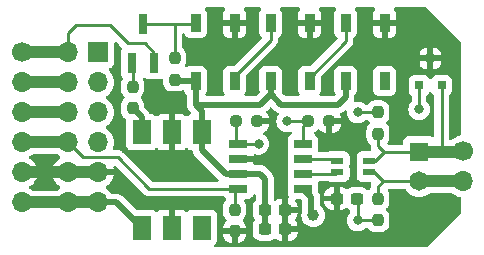
<source format=gbr>
%TF.GenerationSoftware,KiCad,Pcbnew,8.0.0*%
%TF.CreationDate,2024-03-06T18:55:44+09:00*%
%TF.ProjectId,Pmod_CAN,506d6f64-5f43-4414-9e2e-6b696361645f,rev?*%
%TF.SameCoordinates,Original*%
%TF.FileFunction,Copper,L1,Top*%
%TF.FilePolarity,Positive*%
%FSLAX46Y46*%
G04 Gerber Fmt 4.6, Leading zero omitted, Abs format (unit mm)*
G04 Created by KiCad (PCBNEW 8.0.0) date 2024-03-06 18:55:44*
%MOMM*%
%LPD*%
G01*
G04 APERTURE LIST*
G04 Aperture macros list*
%AMRoundRect*
0 Rectangle with rounded corners*
0 $1 Rounding radius*
0 $2 $3 $4 $5 $6 $7 $8 $9 X,Y pos of 4 corners*
0 Add a 4 corners polygon primitive as box body*
4,1,4,$2,$3,$4,$5,$6,$7,$8,$9,$2,$3,0*
0 Add four circle primitives for the rounded corners*
1,1,$1+$1,$2,$3*
1,1,$1+$1,$4,$5*
1,1,$1+$1,$6,$7*
1,1,$1+$1,$8,$9*
0 Add four rect primitives between the rounded corners*
20,1,$1+$1,$2,$3,$4,$5,0*
20,1,$1+$1,$4,$5,$6,$7,0*
20,1,$1+$1,$6,$7,$8,$9,0*
20,1,$1+$1,$8,$9,$2,$3,0*%
G04 Aperture macros list end*
%TA.AperFunction,ComponentPad*%
%ADD10C,1.700000*%
%TD*%
%TA.AperFunction,ComponentPad*%
%ADD11O,1.700000X1.700000*%
%TD*%
%TA.AperFunction,SMDPad,CuDef*%
%ADD12R,1.550000X0.700000*%
%TD*%
%TA.AperFunction,ComponentPad*%
%ADD13R,1.700000X1.700000*%
%TD*%
%TA.AperFunction,SMDPad,CuDef*%
%ADD14RoundRect,0.237500X0.237500X-0.250000X0.237500X0.250000X-0.237500X0.250000X-0.237500X-0.250000X0*%
%TD*%
%TA.AperFunction,SMDPad,CuDef*%
%ADD15RoundRect,0.237500X0.300000X0.237500X-0.300000X0.237500X-0.300000X-0.237500X0.300000X-0.237500X0*%
%TD*%
%TA.AperFunction,SMDPad,CuDef*%
%ADD16R,0.900000X1.500000*%
%TD*%
%TA.AperFunction,SMDPad,CuDef*%
%ADD17RoundRect,0.237500X-0.237500X0.250000X-0.237500X-0.250000X0.237500X-0.250000X0.237500X0.250000X0*%
%TD*%
%TA.AperFunction,SMDPad,CuDef*%
%ADD18R,1.050000X0.600000*%
%TD*%
%TA.AperFunction,SMDPad,CuDef*%
%ADD19R,0.780000X0.780000*%
%TD*%
%TA.AperFunction,ComponentPad*%
%ADD20R,1.650000X1.650000*%
%TD*%
%TA.AperFunction,ComponentPad*%
%ADD21C,1.650000*%
%TD*%
%TA.AperFunction,SMDPad,CuDef*%
%ADD22RoundRect,0.237500X-0.250000X-0.237500X0.250000X-0.237500X0.250000X0.237500X-0.250000X0.237500X0*%
%TD*%
%TA.AperFunction,SMDPad,CuDef*%
%ADD23R,0.800000X1.800000*%
%TD*%
%TA.AperFunction,SMDPad,CuDef*%
%ADD24R,1.600000X2.070000*%
%TD*%
%TA.AperFunction,ViaPad*%
%ADD25C,0.800000*%
%TD*%
%TA.AperFunction,ViaPad*%
%ADD26C,1.000000*%
%TD*%
%TA.AperFunction,Conductor*%
%ADD27C,1.000000*%
%TD*%
%TA.AperFunction,Conductor*%
%ADD28C,0.500000*%
%TD*%
%TA.AperFunction,Conductor*%
%ADD29C,0.250000*%
%TD*%
G04 APERTURE END LIST*
D10*
%TO.P,J3,1,Pin_1*%
%TO.N,Net-(J2-Pin_7)*%
X133096000Y-91821000D03*
D11*
%TO.P,J3,2,Pin_2*%
%TO.N,Net-(IC1-S)*%
X133096000Y-94361000D03*
%TO.P,J3,3,Pin_3*%
%TO.N,Net-(IC1-TXD)*%
X133096000Y-96901000D03*
%TO.P,J3,4,Pin_4*%
%TO.N,Net-(IC1-RXD)*%
X133096000Y-99441000D03*
%TO.P,J3,5,Pin_5*%
%TO.N,GND*%
X133096000Y-101981000D03*
%TO.P,J3,6,Pin_6*%
%TO.N,+3V3*%
X133096000Y-104521000D03*
%TD*%
D10*
%TO.P,J4,1,Pin_1*%
%TO.N,Net-(J4-Pin_1)*%
X170434000Y-100198000D03*
D11*
%TO.P,J4,2,Pin_2*%
%TO.N,Net-(J4-Pin_2)*%
X170434000Y-102738000D03*
%TD*%
D12*
%TO.P,IC1,1,TXD*%
%TO.N,Net-(IC1-TXD)*%
X151453000Y-99568000D03*
%TO.P,IC1,2,GND*%
%TO.N,GND*%
X151453000Y-100838000D03*
%TO.P,IC1,3,VCC*%
%TO.N,/+5V*%
X151453000Y-102108000D03*
%TO.P,IC1,4,RXD*%
%TO.N,Net-(IC1-RXD)*%
X151453000Y-103378000D03*
%TO.P,IC1,5,VIO*%
%TO.N,+3V3*%
X156903000Y-103378000D03*
%TO.P,IC1,6,CANL*%
%TO.N,Net-(IC1-CANL)*%
X156903000Y-102108000D03*
%TO.P,IC1,7,CANH*%
%TO.N,Net-(IC1-CANH)*%
X156903000Y-100838000D03*
%TO.P,IC1,8,S*%
%TO.N,Net-(IC1-S)*%
X156903000Y-99568000D03*
%TD*%
D13*
%TO.P,J2,1,Pin_1*%
%TO.N,unconnected-(J2-Pin_1-Pad1)*%
X139573000Y-91821000D03*
D11*
%TO.P,J2,2,Pin_2*%
%TO.N,unconnected-(J2-Pin_2-Pad2)*%
X139573000Y-94361000D03*
%TO.P,J2,3,Pin_3*%
%TO.N,unconnected-(J2-Pin_3-Pad3)*%
X139573000Y-96901000D03*
%TO.P,J2,4,Pin_4*%
%TO.N,unconnected-(J2-Pin_4-Pad4)*%
X139573000Y-99441000D03*
%TO.P,J2,5,Pin_5*%
%TO.N,GND*%
X139573000Y-101981000D03*
%TO.P,J2,6,Pin_6*%
%TO.N,+3V3*%
X139573000Y-104521000D03*
%TO.P,J2,7,Pin_7*%
%TO.N,Net-(J2-Pin_7)*%
X137033000Y-91821000D03*
%TO.P,J2,8,Pin_8*%
%TO.N,Net-(IC1-S)*%
X137033000Y-94361000D03*
%TO.P,J2,9,Pin_9*%
%TO.N,Net-(IC1-TXD)*%
X137033000Y-96901000D03*
%TO.P,J2,10,Pin_10*%
%TO.N,Net-(IC1-RXD)*%
X137033000Y-99441000D03*
%TO.P,J2,11,Pin_11*%
%TO.N,GND*%
X137033000Y-101981000D03*
%TO.P,J2,12,Pin_12*%
%TO.N,+3V3*%
X137033000Y-104521000D03*
%TD*%
D14*
%TO.P,R7,1*%
%TO.N,Net-(J4-Pin_1)*%
X163271200Y-98702500D03*
%TO.P,R7,2*%
%TO.N,Net-(C2-Pad1)*%
X163271200Y-96877500D03*
%TD*%
D15*
%TO.P,C1,1*%
%TO.N,GND*%
X155421500Y-106807000D03*
%TO.P,C1,2*%
%TO.N,/+5V*%
X153696500Y-106807000D03*
%TD*%
%TO.P,C2,1*%
%TO.N,Net-(C2-Pad1)*%
X161492100Y-104190800D03*
%TO.P,C2,2*%
%TO.N,GND*%
X159767100Y-104190800D03*
%TD*%
D16*
%TO.P,D3,1,VDD*%
%TO.N,/+5V*%
X160528000Y-94234000D03*
%TO.P,D3,2,DOUT*%
%TO.N,unconnected-(D3-DOUT-Pad2)*%
X163828000Y-94234000D03*
%TO.P,D3,3,VSS*%
%TO.N,GND*%
X163828000Y-89334000D03*
%TO.P,D3,4,DIN*%
%TO.N,Net-(D2-DOUT)*%
X160528000Y-89334000D03*
%TD*%
D14*
%TO.P,R5,1*%
%TO.N,+3V3*%
X142494000Y-96543500D03*
%TO.P,R5,2*%
%TO.N,Net-(Q1-B)*%
X142494000Y-94718500D03*
%TD*%
D17*
%TO.P,R2,1*%
%TO.N,Net-(IC1-RXD)*%
X151130000Y-105132500D03*
%TO.P,R2,2*%
%TO.N,GND*%
X151130000Y-106957500D03*
%TD*%
D14*
%TO.P,R1,1*%
%TO.N,Net-(C2-Pad1)*%
X163271200Y-106017700D03*
%TO.P,R1,2*%
%TO.N,Net-(J4-Pin_2)*%
X163271200Y-104192700D03*
%TD*%
D16*
%TO.P,D2,1,VDD*%
%TO.N,/+5V*%
X154178000Y-94234000D03*
%TO.P,D2,2,DOUT*%
%TO.N,Net-(D2-DOUT)*%
X157478000Y-94234000D03*
%TO.P,D2,3,VSS*%
%TO.N,GND*%
X157478000Y-89334000D03*
%TO.P,D2,4,DIN*%
%TO.N,Net-(D1-DOUT)*%
X154178000Y-89334000D03*
%TD*%
D18*
%TO.P,L1,1,1*%
%TO.N,Net-(IC1-CANL)*%
X159838000Y-101973000D03*
%TO.P,L1,2,2*%
%TO.N,Net-(J4-Pin_2)*%
X162488000Y-101973000D03*
%TO.P,L1,3,3*%
%TO.N,Net-(J4-Pin_1)*%
X162488000Y-100973000D03*
%TO.P,L1,4,4*%
%TO.N,Net-(IC1-CANH)*%
X159838000Y-100973000D03*
%TD*%
D19*
%TO.P,D4,1,1*%
%TO.N,Net-(J4-Pin_2)*%
X166751000Y-94617000D03*
%TO.P,D4,2,2*%
%TO.N,Net-(J4-Pin_1)*%
X168651000Y-94617000D03*
%TO.P,D4,3,3*%
%TO.N,GND*%
X167701000Y-92327000D03*
%TD*%
D20*
%TO.P,J1,1,1*%
%TO.N,Net-(J4-Pin_1)*%
X166751000Y-100243000D03*
D21*
%TO.P,J1,2,2*%
%TO.N,Net-(J4-Pin_2)*%
X166751000Y-102743000D03*
%TD*%
D16*
%TO.P,D1,1,VDD*%
%TO.N,/+5V*%
X147828000Y-94234000D03*
%TO.P,D1,2,DOUT*%
%TO.N,Net-(D1-DOUT)*%
X151128000Y-94234000D03*
%TO.P,D1,3,VSS*%
%TO.N,GND*%
X151128000Y-89334000D03*
%TO.P,D1,4,DIN*%
%TO.N,Net-(D1-DIN)*%
X147828000Y-89334000D03*
%TD*%
D17*
%TO.P,R6,1*%
%TO.N,Net-(D1-DIN)*%
X146050000Y-92305500D03*
%TO.P,R6,2*%
%TO.N,/+5V*%
X146050000Y-94130500D03*
%TD*%
D22*
%TO.P,R4,1*%
%TO.N,Net-(IC1-S)*%
X157329500Y-97663000D03*
%TO.P,R4,2*%
%TO.N,GND*%
X159154500Y-97663000D03*
%TD*%
D15*
%TO.P,C3,1*%
%TO.N,GND*%
X155421500Y-105156000D03*
%TO.P,C3,2*%
%TO.N,/+5V*%
X153696500Y-105156000D03*
%TD*%
D23*
%TO.P,Q1,1,B*%
%TO.N,Net-(Q1-B)*%
X142433000Y-92709000D03*
%TO.P,Q1,2,E*%
%TO.N,Net-(J2-Pin_7)*%
X144333000Y-92709000D03*
%TO.P,Q1,3,C*%
%TO.N,Net-(D1-DIN)*%
X143383000Y-89409000D03*
%TD*%
D22*
%TO.P,R3,1*%
%TO.N,Net-(IC1-TXD)*%
X151233500Y-97663000D03*
%TO.P,R3,2*%
%TO.N,GND*%
X153058500Y-97663000D03*
%TD*%
D24*
%TO.P,IC2,1*%
%TO.N,/+5V*%
X148336000Y-98571000D03*
X148336000Y-106661000D03*
%TO.P,IC2,2,G*%
%TO.N,GND*%
X145796000Y-98571000D03*
X145796000Y-106661000D03*
%TO.P,IC2,3*%
%TO.N,+3V3*%
X143256000Y-98571000D03*
X143256000Y-106661000D03*
%TD*%
D25*
%TO.N,GND*%
X155829000Y-91948000D03*
X145796000Y-101473000D03*
X149479000Y-91948000D03*
X166497000Y-89662000D03*
X166497000Y-105918000D03*
%TO.N,Net-(IC1-TXD)*%
X153162000Y-99568000D03*
D26*
%TO.N,+3V3*%
X157797500Y-105600500D03*
D25*
%TO.N,Net-(IC1-S)*%
X155575000Y-97663000D03*
%TO.N,Net-(C2-Pad1)*%
X161544000Y-96901000D03*
X161544000Y-106045000D03*
%TO.N,Net-(J4-Pin_2)*%
X166751000Y-96647000D03*
%TD*%
D27*
%TO.N,GND*%
X137033000Y-101981000D02*
X133596000Y-101981000D01*
X137033000Y-101981000D02*
X139573000Y-101981000D01*
D28*
%TO.N,/+5V*%
X151453000Y-102108000D02*
X153289000Y-102108000D01*
X148336000Y-98571000D02*
X148336000Y-100076000D01*
X154178000Y-95339000D02*
X154178000Y-95341000D01*
X146153500Y-94234000D02*
X146050000Y-94130500D01*
X160528000Y-95593000D02*
X160528000Y-94234000D01*
X147828000Y-94234000D02*
X147828000Y-96229000D01*
X148336000Y-96737000D02*
X148336000Y-98571000D01*
X150368000Y-102108000D02*
X151453000Y-102108000D01*
X154178000Y-95341000D02*
X155066000Y-96229000D01*
X147828000Y-96229000D02*
X153288000Y-96229000D01*
X148336000Y-100076000D02*
X150368000Y-102108000D01*
X153696500Y-102515500D02*
X153696500Y-105156000D01*
X159892000Y-96229000D02*
X160528000Y-95593000D01*
X153696500Y-105156000D02*
X153696500Y-106807000D01*
X155066000Y-96229000D02*
X159892000Y-96229000D01*
X153289000Y-102108000D02*
X153696500Y-102515500D01*
X147828000Y-96229000D02*
X148336000Y-96737000D01*
X147828000Y-94234000D02*
X146153500Y-94234000D01*
X153288000Y-96229000D02*
X154178000Y-95339000D01*
X154178000Y-95339000D02*
X154178000Y-94234000D01*
D29*
%TO.N,Net-(D1-DOUT)*%
X154178000Y-90767000D02*
X154178000Y-89334000D01*
X151128000Y-93817000D02*
X154178000Y-90767000D01*
%TO.N,Net-(D1-DIN)*%
X146050000Y-92305500D02*
X146050000Y-89409000D01*
X146050000Y-89409000D02*
X147753000Y-89409000D01*
X147753000Y-89409000D02*
X147828000Y-89334000D01*
X143383000Y-89409000D02*
X146050000Y-89409000D01*
%TO.N,Net-(D2-DOUT)*%
X157478000Y-93944000D02*
X160528000Y-90894000D01*
X160528000Y-90894000D02*
X160528000Y-89334000D01*
D27*
%TO.N,Net-(IC1-TXD)*%
X137033000Y-96901000D02*
X133596000Y-96901000D01*
D29*
X151233500Y-99348500D02*
X151233500Y-97790000D01*
X153162000Y-99568000D02*
X151453000Y-99568000D01*
%TO.N,Net-(IC1-RXD)*%
X141224000Y-100711000D02*
X143891000Y-103378000D01*
X151130000Y-103701000D02*
X151453000Y-103378000D01*
X138303000Y-100711000D02*
X141224000Y-100711000D01*
X143891000Y-103378000D02*
X151453000Y-103378000D01*
D27*
X137033000Y-99441000D02*
X133596000Y-99441000D01*
D29*
X151130000Y-105132500D02*
X151130000Y-103701000D01*
X137033000Y-99441000D02*
X138303000Y-100711000D01*
D28*
%TO.N,+3V3*%
X157607000Y-105410000D02*
X157607000Y-104082000D01*
D27*
X137033000Y-104521000D02*
X133596000Y-104521000D01*
D28*
X157607000Y-104082000D02*
X156903000Y-103378000D01*
X139573000Y-104521000D02*
X141116000Y-104521000D01*
X143256000Y-97305500D02*
X142494000Y-96543500D01*
X141116000Y-104521000D02*
X143256000Y-106661000D01*
X143256000Y-98571000D02*
X143256000Y-97305500D01*
D27*
X137033000Y-104521000D02*
X139573000Y-104521000D01*
D28*
X157797500Y-105600500D02*
X157607000Y-105410000D01*
D29*
%TO.N,Net-(IC1-CANL)*%
X159703000Y-102108000D02*
X159838000Y-101973000D01*
X156903000Y-102108000D02*
X159703000Y-102108000D01*
%TO.N,Net-(IC1-CANH)*%
X159703000Y-100838000D02*
X159838000Y-100973000D01*
X156903000Y-100838000D02*
X159703000Y-100838000D01*
%TO.N,Net-(IC1-S)*%
X156903000Y-98089500D02*
X157329500Y-97663000D01*
D27*
X137033000Y-94361000D02*
X133596000Y-94361000D01*
D29*
X156903000Y-99568000D02*
X156903000Y-98089500D01*
X155575000Y-97663000D02*
X157329500Y-97663000D01*
%TO.N,Net-(C2-Pad1)*%
X161567500Y-96877500D02*
X161544000Y-96901000D01*
X161544000Y-106045000D02*
X161544000Y-104242700D01*
X163271200Y-96877500D02*
X161567500Y-96877500D01*
X161571300Y-106017700D02*
X161544000Y-106045000D01*
X163271200Y-106017700D02*
X161571300Y-106017700D01*
X161544000Y-104242700D02*
X161492100Y-104190800D01*
%TO.N,Net-(J4-Pin_2)*%
X162933000Y-101973000D02*
X163703000Y-102743000D01*
D27*
X166751000Y-102743000D02*
X170304000Y-102743000D01*
D29*
X163703000Y-102743000D02*
X166751000Y-102743000D01*
X170304000Y-102743000D02*
X170309000Y-102738000D01*
X162488000Y-101973000D02*
X162933000Y-101973000D01*
X166751000Y-94617000D02*
X166751000Y-96647000D01*
X163271200Y-103174800D02*
X163703000Y-102743000D01*
X163271200Y-104192700D02*
X163271200Y-103174800D01*
%TO.N,Net-(J4-Pin_1)*%
X162488000Y-100973000D02*
X163060000Y-100973000D01*
X168651000Y-100238000D02*
X168656000Y-100243000D01*
X170264000Y-100243000D02*
X170309000Y-100198000D01*
D27*
X166751000Y-100243000D02*
X169889000Y-100243000D01*
D29*
X163060000Y-100973000D02*
X163790000Y-100243000D01*
X163790000Y-100243000D02*
X166751000Y-100243000D01*
D27*
X169889000Y-100243000D02*
X169934000Y-100198000D01*
D29*
X168651000Y-94617000D02*
X168651000Y-100238000D01*
X163271200Y-99724200D02*
X163790000Y-100243000D01*
X163271200Y-98702500D02*
X163271200Y-99724200D01*
%TO.N,Net-(Q1-B)*%
X142494000Y-92770000D02*
X142433000Y-92709000D01*
X142494000Y-94718500D02*
X142494000Y-92770000D01*
%TO.N,Net-(J2-Pin_7)*%
X143510000Y-91059000D02*
X144333000Y-91882000D01*
D27*
X137033000Y-91821000D02*
X133596000Y-91821000D01*
D29*
X144333000Y-91882000D02*
X144333000Y-92709000D01*
X137033000Y-90170000D02*
X137668000Y-89535000D01*
X137033000Y-91821000D02*
X137033000Y-90170000D01*
X142113000Y-91059000D02*
X143510000Y-91059000D01*
X137668000Y-89535000D02*
X140589000Y-89535000D01*
X140589000Y-89535000D02*
X142113000Y-91059000D01*
%TD*%
%TA.AperFunction,Conductor*%
%TO.N,GND*%
G36*
X154220333Y-96460547D02*
G01*
X154264681Y-96489048D01*
X154587585Y-96811952D01*
X154593471Y-96815885D01*
X154593482Y-96815897D01*
X154593485Y-96815894D01*
X154710505Y-96894084D01*
X154727202Y-96901000D01*
X154799749Y-96931050D01*
X154854153Y-96974891D01*
X154876218Y-97041185D01*
X154858939Y-97108884D01*
X154844459Y-97128570D01*
X154842469Y-97130779D01*
X154842466Y-97130784D01*
X154747821Y-97294715D01*
X154747818Y-97294722D01*
X154691872Y-97466908D01*
X154689326Y-97474744D01*
X154669540Y-97663000D01*
X154689326Y-97851256D01*
X154689327Y-97851259D01*
X154747818Y-98031277D01*
X154747821Y-98031284D01*
X154842467Y-98195216D01*
X154968808Y-98335532D01*
X154969129Y-98335888D01*
X155122265Y-98447148D01*
X155122270Y-98447151D01*
X155295192Y-98524142D01*
X155295197Y-98524144D01*
X155480354Y-98563500D01*
X155480355Y-98563500D01*
X155669644Y-98563500D01*
X155669646Y-98563500D01*
X155844343Y-98526367D01*
X155914009Y-98531683D01*
X155969743Y-98573820D01*
X155993848Y-98639400D01*
X155978671Y-98707601D01*
X155929031Y-98756771D01*
X155913458Y-98763838D01*
X155885674Y-98774201D01*
X155885664Y-98774206D01*
X155770455Y-98860452D01*
X155770452Y-98860455D01*
X155684206Y-98975664D01*
X155684202Y-98975671D01*
X155633908Y-99110517D01*
X155628642Y-99159505D01*
X155627501Y-99170123D01*
X155627500Y-99170135D01*
X155627500Y-99965870D01*
X155627501Y-99965876D01*
X155633909Y-100025484D01*
X155683955Y-100159668D01*
X155688939Y-100229360D01*
X155683955Y-100246332D01*
X155633909Y-100380514D01*
X155633908Y-100380516D01*
X155627501Y-100440116D01*
X155627500Y-100440135D01*
X155627500Y-101235870D01*
X155627501Y-101235876D01*
X155633909Y-101295484D01*
X155683955Y-101429668D01*
X155688939Y-101499360D01*
X155683955Y-101516332D01*
X155633909Y-101650514D01*
X155633908Y-101650516D01*
X155627501Y-101710116D01*
X155627500Y-101710135D01*
X155627500Y-102505870D01*
X155627501Y-102505876D01*
X155633909Y-102565484D01*
X155683955Y-102699668D01*
X155688939Y-102769360D01*
X155683955Y-102786332D01*
X155633909Y-102920514D01*
X155633908Y-102920516D01*
X155628222Y-102973408D01*
X155627501Y-102980123D01*
X155627500Y-102980135D01*
X155627500Y-103775870D01*
X155627501Y-103775876D01*
X155633908Y-103835483D01*
X155684202Y-103970328D01*
X155684206Y-103970335D01*
X155704564Y-103997530D01*
X155728981Y-104062994D01*
X155714129Y-104131267D01*
X155692979Y-104159520D01*
X155671500Y-104180999D01*
X155671500Y-104906000D01*
X156458999Y-104906000D01*
X156458999Y-104869360D01*
X156458998Y-104869345D01*
X156448680Y-104768347D01*
X156394453Y-104604699D01*
X156394448Y-104604688D01*
X156303947Y-104457965D01*
X156303944Y-104457961D01*
X156286163Y-104440180D01*
X156252678Y-104378857D01*
X156257662Y-104309165D01*
X156299534Y-104253232D01*
X156364998Y-104228815D01*
X156373829Y-104228499D01*
X156640770Y-104228499D01*
X156707809Y-104248184D01*
X156728451Y-104264818D01*
X156820181Y-104356548D01*
X156853666Y-104417871D01*
X156856500Y-104444229D01*
X156856500Y-105237549D01*
X156851161Y-105273544D01*
X156811475Y-105404369D01*
X156792159Y-105600500D01*
X156811475Y-105796629D01*
X156811476Y-105796632D01*
X156867555Y-105981500D01*
X156868688Y-105985233D01*
X156961586Y-106159032D01*
X156961590Y-106159039D01*
X157086616Y-106311383D01*
X157238960Y-106436409D01*
X157238967Y-106436413D01*
X157412766Y-106529311D01*
X157412769Y-106529311D01*
X157412773Y-106529314D01*
X157601368Y-106586524D01*
X157797500Y-106605841D01*
X157993632Y-106586524D01*
X158182227Y-106529314D01*
X158356038Y-106436410D01*
X158508383Y-106311383D01*
X158633410Y-106159038D01*
X158708265Y-106018995D01*
X158726311Y-105985233D01*
X158726311Y-105985232D01*
X158726314Y-105985227D01*
X158783524Y-105796632D01*
X158802841Y-105600500D01*
X158783524Y-105404368D01*
X158726314Y-105215773D01*
X158726311Y-105215769D01*
X158726311Y-105215766D01*
X158633413Y-105041967D01*
X158633409Y-105041960D01*
X158508387Y-104889622D01*
X158508383Y-104889617D01*
X158402832Y-104802992D01*
X158363500Y-104745249D01*
X158357500Y-104707142D01*
X158357500Y-104440800D01*
X158729601Y-104440800D01*
X158729601Y-104477454D01*
X158739919Y-104578452D01*
X158794146Y-104742100D01*
X158794151Y-104742111D01*
X158884652Y-104888834D01*
X158884655Y-104888838D01*
X159006561Y-105010744D01*
X159006565Y-105010747D01*
X159153288Y-105101248D01*
X159153299Y-105101253D01*
X159316947Y-105155480D01*
X159417951Y-105165799D01*
X159517100Y-105165798D01*
X159517100Y-104440800D01*
X158729601Y-104440800D01*
X158357500Y-104440800D01*
X158357500Y-104008079D01*
X158344117Y-103940800D01*
X158729600Y-103940800D01*
X159517100Y-103940800D01*
X159517100Y-103215799D01*
X159417960Y-103215800D01*
X159417944Y-103215801D01*
X159316947Y-103226119D01*
X159153299Y-103280346D01*
X159153288Y-103280351D01*
X159006565Y-103370852D01*
X159006561Y-103370855D01*
X158884655Y-103492761D01*
X158884652Y-103492765D01*
X158794151Y-103639488D01*
X158794146Y-103639499D01*
X158739919Y-103803147D01*
X158729600Y-103904145D01*
X158729600Y-103940800D01*
X158344117Y-103940800D01*
X158328659Y-103863092D01*
X158328658Y-103863091D01*
X158328658Y-103863087D01*
X158325687Y-103855914D01*
X158272087Y-103726511D01*
X158272080Y-103726498D01*
X158199397Y-103617720D01*
X158178519Y-103551042D01*
X158178499Y-103548829D01*
X158178499Y-102980129D01*
X158178498Y-102980123D01*
X158178497Y-102980116D01*
X158173299Y-102931757D01*
X158172091Y-102920516D01*
X158164750Y-102900835D01*
X158159764Y-102831144D01*
X158193249Y-102769820D01*
X158254571Y-102736334D01*
X158280931Y-102733500D01*
X159093083Y-102733500D01*
X159136416Y-102741318D01*
X159205517Y-102767091D01*
X159205516Y-102767091D01*
X159212444Y-102767835D01*
X159265127Y-102773500D01*
X160410872Y-102773499D01*
X160470483Y-102767091D01*
X160605331Y-102716796D01*
X160720546Y-102630546D01*
X160806796Y-102515331D01*
X160857091Y-102380483D01*
X160863500Y-102320873D01*
X160863499Y-101625128D01*
X160857091Y-101565517D01*
X160839367Y-101517996D01*
X160838747Y-101516334D01*
X160833762Y-101446643D01*
X160838747Y-101429665D01*
X160857089Y-101380488D01*
X160857088Y-101380488D01*
X160857091Y-101380483D01*
X160863500Y-101320873D01*
X160863499Y-100625128D01*
X160857091Y-100565517D01*
X160851115Y-100549495D01*
X160806797Y-100430671D01*
X160806793Y-100430664D01*
X160720547Y-100315455D01*
X160720544Y-100315452D01*
X160605335Y-100229206D01*
X160605328Y-100229202D01*
X160470482Y-100178908D01*
X160470483Y-100178908D01*
X160410883Y-100172501D01*
X160410881Y-100172500D01*
X160410873Y-100172500D01*
X160410864Y-100172500D01*
X159265129Y-100172500D01*
X159265123Y-100172501D01*
X159205516Y-100178908D01*
X159136416Y-100204682D01*
X159093083Y-100212500D01*
X158280931Y-100212500D01*
X158213892Y-100192815D01*
X158168137Y-100140011D01*
X158158193Y-100070853D01*
X158164750Y-100045165D01*
X158172091Y-100025483D01*
X158174718Y-100001048D01*
X158178500Y-99965873D01*
X158178499Y-99170128D01*
X158172091Y-99110517D01*
X158169195Y-99102753D01*
X158121797Y-98975671D01*
X158121793Y-98975664D01*
X158035547Y-98860455D01*
X158035544Y-98860452D01*
X157913231Y-98768888D01*
X157914166Y-98767638D01*
X157871810Y-98725277D01*
X157856962Y-98657003D01*
X157881383Y-98591540D01*
X157915545Y-98560319D01*
X158040350Y-98483340D01*
X158154675Y-98369014D01*
X158215994Y-98335532D01*
X158285686Y-98340516D01*
X158330034Y-98369017D01*
X158443961Y-98482944D01*
X158443965Y-98482947D01*
X158590688Y-98573448D01*
X158590699Y-98573453D01*
X158754347Y-98627680D01*
X158855351Y-98637999D01*
X158904499Y-98637998D01*
X158904500Y-98637998D01*
X158904500Y-97913000D01*
X159404500Y-97913000D01*
X159404500Y-98637999D01*
X159453640Y-98637999D01*
X159453654Y-98637998D01*
X159554652Y-98627680D01*
X159718300Y-98573453D01*
X159718311Y-98573448D01*
X159865034Y-98482947D01*
X159865038Y-98482944D01*
X159986944Y-98361038D01*
X159986947Y-98361034D01*
X160077448Y-98214311D01*
X160077453Y-98214300D01*
X160131680Y-98050652D01*
X160141999Y-97949654D01*
X160142000Y-97949641D01*
X160142000Y-97913000D01*
X159404500Y-97913000D01*
X158904500Y-97913000D01*
X158904500Y-97537000D01*
X158924185Y-97469961D01*
X158976989Y-97424206D01*
X159028500Y-97413000D01*
X160141999Y-97413000D01*
X160141999Y-97376360D01*
X160141998Y-97376345D01*
X160131680Y-97275347D01*
X160077452Y-97111695D01*
X160074672Y-97105733D01*
X160064184Y-97036655D01*
X160092707Y-96972873D01*
X160139603Y-96938773D01*
X160247495Y-96894084D01*
X160296729Y-96861186D01*
X160370416Y-96811952D01*
X160432888Y-96749479D01*
X160494207Y-96715997D01*
X160563899Y-96720981D01*
X160619833Y-96762852D01*
X160644250Y-96828316D01*
X160643887Y-96850123D01*
X160639267Y-96894086D01*
X160638540Y-96901000D01*
X160658326Y-97089256D01*
X160658327Y-97089259D01*
X160716818Y-97269277D01*
X160716821Y-97269284D01*
X160811467Y-97433216D01*
X160914369Y-97547500D01*
X160938129Y-97573888D01*
X161091265Y-97685148D01*
X161091270Y-97685151D01*
X161264192Y-97762142D01*
X161264197Y-97762144D01*
X161449354Y-97801500D01*
X161449355Y-97801500D01*
X161638644Y-97801500D01*
X161638646Y-97801500D01*
X161823803Y-97762144D01*
X161996730Y-97685151D01*
X162149871Y-97573888D01*
X162176757Y-97544027D01*
X162236244Y-97507379D01*
X162268907Y-97503000D01*
X162329009Y-97503000D01*
X162396048Y-97522685D01*
X162434548Y-97561904D01*
X162450859Y-97588349D01*
X162564829Y-97702319D01*
X162598314Y-97763642D01*
X162593330Y-97833334D01*
X162564829Y-97877681D01*
X162450861Y-97991648D01*
X162360293Y-98138481D01*
X162360292Y-98138484D01*
X162306026Y-98302247D01*
X162306026Y-98302248D01*
X162306025Y-98302248D01*
X162295700Y-98403315D01*
X162295700Y-99001669D01*
X162295701Y-99001687D01*
X162306025Y-99102752D01*
X162342309Y-99212249D01*
X162360292Y-99266516D01*
X162450860Y-99413350D01*
X162572850Y-99535340D01*
X162585120Y-99542908D01*
X162586796Y-99543942D01*
X162633521Y-99595890D01*
X162645700Y-99649481D01*
X162645700Y-99785810D01*
X162669735Y-99906644D01*
X162669739Y-99906658D01*
X162682011Y-99936285D01*
X162694777Y-99967104D01*
X162708837Y-100001048D01*
X162716305Y-100070518D01*
X162685029Y-100132997D01*
X162624940Y-100168649D01*
X162594275Y-100172500D01*
X161915129Y-100172500D01*
X161915123Y-100172501D01*
X161855516Y-100178908D01*
X161720671Y-100229202D01*
X161720664Y-100229206D01*
X161605455Y-100315452D01*
X161605452Y-100315455D01*
X161519206Y-100430664D01*
X161519202Y-100430671D01*
X161468910Y-100565513D01*
X161468909Y-100565517D01*
X161462500Y-100625127D01*
X161462500Y-100625134D01*
X161462500Y-100625135D01*
X161462500Y-101320870D01*
X161462501Y-101320876D01*
X161468908Y-101380482D01*
X161480580Y-101411775D01*
X161487252Y-101429665D01*
X161487253Y-101429666D01*
X161492237Y-101499358D01*
X161487253Y-101516331D01*
X161468910Y-101565511D01*
X161468910Y-101565514D01*
X161468909Y-101565517D01*
X161462500Y-101625127D01*
X161462500Y-101625134D01*
X161462500Y-101625135D01*
X161462500Y-102320870D01*
X161462501Y-102320876D01*
X161468908Y-102380483D01*
X161519202Y-102515328D01*
X161519206Y-102515335D01*
X161605452Y-102630544D01*
X161605455Y-102630547D01*
X161720664Y-102716793D01*
X161720671Y-102716797D01*
X161855517Y-102767091D01*
X161855516Y-102767091D01*
X161862444Y-102767835D01*
X161915127Y-102773500D01*
X162574807Y-102773499D01*
X162641846Y-102793183D01*
X162687601Y-102845987D01*
X162697545Y-102915146D01*
X162689370Y-102944946D01*
X162675159Y-102979259D01*
X162675156Y-102979267D01*
X162669737Y-102992349D01*
X162669735Y-102992355D01*
X162651961Y-103081715D01*
X162651961Y-103081716D01*
X162645700Y-103113191D01*
X162645700Y-103245718D01*
X162626015Y-103312757D01*
X162586800Y-103351255D01*
X162572850Y-103359860D01*
X162572849Y-103359860D01*
X162495279Y-103437429D01*
X162433956Y-103470914D01*
X162364264Y-103465928D01*
X162319918Y-103437428D01*
X162252951Y-103370461D01*
X162252950Y-103370460D01*
X162159399Y-103312757D01*
X162106118Y-103279893D01*
X162106113Y-103279891D01*
X162085906Y-103273195D01*
X161942353Y-103225626D01*
X161942351Y-103225625D01*
X161841278Y-103215300D01*
X161142930Y-103215300D01*
X161142912Y-103215301D01*
X161041847Y-103225625D01*
X160878084Y-103279892D01*
X160878081Y-103279893D01*
X160731248Y-103370461D01*
X160716925Y-103384784D01*
X160655601Y-103418268D01*
X160585909Y-103413282D01*
X160541565Y-103384782D01*
X160527638Y-103370855D01*
X160527634Y-103370852D01*
X160380911Y-103280351D01*
X160380900Y-103280346D01*
X160217252Y-103226119D01*
X160116254Y-103215800D01*
X160017100Y-103215800D01*
X160017100Y-105165799D01*
X160116240Y-105165799D01*
X160116254Y-105165798D01*
X160217252Y-105155480D01*
X160380900Y-105101253D01*
X160380911Y-105101248D01*
X160527635Y-105010747D01*
X160541560Y-104996821D01*
X160602882Y-104963333D01*
X160672573Y-104968314D01*
X160716927Y-104996817D01*
X160731250Y-105011140D01*
X160859597Y-105090305D01*
X160906321Y-105142252D01*
X160918500Y-105195843D01*
X160918500Y-105346312D01*
X160898815Y-105413351D01*
X160886650Y-105429284D01*
X160811466Y-105512784D01*
X160716821Y-105676715D01*
X160716818Y-105676722D01*
X160658547Y-105856063D01*
X160658326Y-105856744D01*
X160638540Y-106045000D01*
X160658326Y-106233256D01*
X160658327Y-106233259D01*
X160716818Y-106413277D01*
X160716821Y-106413284D01*
X160811467Y-106577216D01*
X160923917Y-106702104D01*
X160938129Y-106717888D01*
X161091265Y-106829148D01*
X161091270Y-106829151D01*
X161264192Y-106906142D01*
X161264197Y-106906144D01*
X161449354Y-106945500D01*
X161449355Y-106945500D01*
X161638644Y-106945500D01*
X161638646Y-106945500D01*
X161823803Y-106906144D01*
X161996730Y-106829151D01*
X162149871Y-106717888D01*
X162180180Y-106684227D01*
X162239666Y-106647579D01*
X162272329Y-106643200D01*
X162329009Y-106643200D01*
X162396048Y-106662885D01*
X162434548Y-106702104D01*
X162444286Y-106717893D01*
X162450860Y-106728550D01*
X162572850Y-106850540D01*
X162719684Y-106941108D01*
X162883447Y-106995374D01*
X162984523Y-107005700D01*
X163557876Y-107005699D01*
X163557884Y-107005698D01*
X163557887Y-107005698D01*
X163613230Y-107000044D01*
X163658953Y-106995374D01*
X163822716Y-106941108D01*
X163969550Y-106850540D01*
X164091540Y-106728550D01*
X164182108Y-106581716D01*
X164236374Y-106417953D01*
X164246700Y-106316877D01*
X164246699Y-105718524D01*
X164245574Y-105707515D01*
X164236374Y-105617447D01*
X164223345Y-105578128D01*
X164182108Y-105453684D01*
X164091540Y-105306850D01*
X163977571Y-105192881D01*
X163944086Y-105131558D01*
X163949070Y-105061866D01*
X163977571Y-105017519D01*
X164031757Y-104963333D01*
X164091540Y-104903550D01*
X164182108Y-104756716D01*
X164236374Y-104592953D01*
X164246700Y-104491877D01*
X164246699Y-103893524D01*
X164245646Y-103883220D01*
X164236374Y-103792447D01*
X164230882Y-103775873D01*
X164182108Y-103628684D01*
X164182104Y-103628677D01*
X164138261Y-103557596D01*
X164119821Y-103490204D01*
X164140744Y-103423541D01*
X164194386Y-103378771D01*
X164243800Y-103368500D01*
X165506293Y-103368500D01*
X165573332Y-103388185D01*
X165607866Y-103421374D01*
X165731730Y-103598269D01*
X165895731Y-103762270D01*
X166085718Y-103895301D01*
X166295921Y-103993320D01*
X166519950Y-104053349D01*
X166684985Y-104067787D01*
X166750998Y-104073563D01*
X166751000Y-104073563D01*
X166751002Y-104073563D01*
X166808762Y-104068509D01*
X166982050Y-104053349D01*
X167206079Y-103993320D01*
X167416282Y-103895301D01*
X167601050Y-103765924D01*
X167667254Y-103743598D01*
X167672172Y-103743500D01*
X169478242Y-103743500D01*
X169545281Y-103763185D01*
X169558063Y-103773485D01*
X169558456Y-103773018D01*
X169562591Y-103776487D01*
X169562599Y-103776495D01*
X169600662Y-103803147D01*
X169756165Y-103912032D01*
X169756167Y-103912033D01*
X169756170Y-103912035D01*
X169970337Y-104011903D01*
X169970343Y-104011904D01*
X169970344Y-104011905D01*
X170058909Y-104035635D01*
X170198592Y-104073063D01*
X170198597Y-104073063D01*
X170203920Y-104074002D01*
X170203490Y-104076439D01*
X170258845Y-104098072D01*
X170299842Y-104154650D01*
X170307000Y-104196172D01*
X170307000Y-105358638D01*
X170287315Y-105425677D01*
X170270681Y-105446319D01*
X167422319Y-108294681D01*
X167360996Y-108328166D01*
X167334638Y-108331000D01*
X149495472Y-108331000D01*
X149428433Y-108311315D01*
X149382678Y-108258511D01*
X149372734Y-108189353D01*
X149401759Y-108125797D01*
X149421158Y-108107735D01*
X149493546Y-108053546D01*
X149579796Y-107938331D01*
X149630091Y-107803483D01*
X149636500Y-107743873D01*
X149636500Y-107207500D01*
X150155001Y-107207500D01*
X150155001Y-107256654D01*
X150165319Y-107357652D01*
X150219546Y-107521300D01*
X150219551Y-107521311D01*
X150310052Y-107668034D01*
X150310055Y-107668038D01*
X150431961Y-107789944D01*
X150431965Y-107789947D01*
X150578688Y-107880448D01*
X150578699Y-107880453D01*
X150742347Y-107934680D01*
X150843352Y-107944999D01*
X150880000Y-107944999D01*
X150880000Y-107207500D01*
X151380000Y-107207500D01*
X151380000Y-107944999D01*
X151416640Y-107944999D01*
X151416654Y-107944998D01*
X151517652Y-107934680D01*
X151681300Y-107880453D01*
X151681311Y-107880448D01*
X151828034Y-107789947D01*
X151828038Y-107789944D01*
X151949944Y-107668038D01*
X151949947Y-107668034D01*
X152040448Y-107521311D01*
X152040453Y-107521300D01*
X152094680Y-107357652D01*
X152104999Y-107256654D01*
X152105000Y-107256641D01*
X152105000Y-107207500D01*
X151380000Y-107207500D01*
X150880000Y-107207500D01*
X150155001Y-107207500D01*
X149636500Y-107207500D01*
X149636499Y-105578128D01*
X149630091Y-105518517D01*
X149601808Y-105442687D01*
X149579797Y-105383671D01*
X149579793Y-105383664D01*
X149493547Y-105268455D01*
X149493544Y-105268452D01*
X149378335Y-105182206D01*
X149378328Y-105182202D01*
X149243482Y-105131908D01*
X149243483Y-105131908D01*
X149183883Y-105125501D01*
X149183881Y-105125500D01*
X149183873Y-105125500D01*
X149183864Y-105125500D01*
X147488129Y-105125500D01*
X147488123Y-105125501D01*
X147428516Y-105131908D01*
X147293671Y-105182202D01*
X147293664Y-105182206D01*
X147178455Y-105268452D01*
X147178452Y-105268455D01*
X147164951Y-105286490D01*
X147109016Y-105328359D01*
X147039325Y-105333341D01*
X146978003Y-105299854D01*
X146966419Y-105286486D01*
X146953185Y-105268808D01*
X146838093Y-105182649D01*
X146838086Y-105182645D01*
X146703379Y-105132403D01*
X146703372Y-105132401D01*
X146643844Y-105126000D01*
X146046000Y-105126000D01*
X146046000Y-106787000D01*
X146026315Y-106854039D01*
X145973511Y-106899794D01*
X145922000Y-106911000D01*
X145670000Y-106911000D01*
X145602961Y-106891315D01*
X145557206Y-106838511D01*
X145546000Y-106787000D01*
X145546000Y-105126000D01*
X144948155Y-105126000D01*
X144888627Y-105132401D01*
X144888620Y-105132403D01*
X144753913Y-105182645D01*
X144753906Y-105182649D01*
X144638812Y-105268809D01*
X144625578Y-105286488D01*
X144569644Y-105328359D01*
X144499952Y-105333342D01*
X144438629Y-105299856D01*
X144427046Y-105286487D01*
X144413547Y-105268455D01*
X144413544Y-105268452D01*
X144298335Y-105182206D01*
X144298328Y-105182202D01*
X144163482Y-105131908D01*
X144163483Y-105131908D01*
X144103883Y-105125501D01*
X144103881Y-105125500D01*
X144103873Y-105125500D01*
X144103865Y-105125500D01*
X142833230Y-105125500D01*
X142766191Y-105105815D01*
X142745549Y-105089181D01*
X141594413Y-103938045D01*
X141527761Y-103893512D01*
X141512355Y-103883218D01*
X141471495Y-103855916D01*
X141471494Y-103855915D01*
X141471492Y-103855914D01*
X141471490Y-103855913D01*
X141334917Y-103799343D01*
X141334907Y-103799340D01*
X141189920Y-103770500D01*
X141189918Y-103770500D01*
X140760701Y-103770500D01*
X140693662Y-103750815D01*
X140659126Y-103717623D01*
X140611494Y-103649597D01*
X140444402Y-103482506D01*
X140444401Y-103482505D01*
X140258405Y-103352269D01*
X140214781Y-103297692D01*
X140207588Y-103228193D01*
X140239110Y-103165839D01*
X140258405Y-103149119D01*
X140444082Y-103019105D01*
X140611105Y-102852082D01*
X140746600Y-102658578D01*
X140846429Y-102444492D01*
X140846432Y-102444486D01*
X140903636Y-102231000D01*
X140006012Y-102231000D01*
X140038925Y-102173993D01*
X140073000Y-102046826D01*
X140073000Y-101915174D01*
X140038925Y-101788007D01*
X140006012Y-101731000D01*
X140903636Y-101731000D01*
X140903635Y-101730999D01*
X140856585Y-101555406D01*
X140858248Y-101485556D01*
X140897410Y-101427693D01*
X140961638Y-101400189D01*
X141030541Y-101411775D01*
X141064041Y-101435631D01*
X143492263Y-103863855D01*
X143492267Y-103863858D01*
X143594710Y-103932309D01*
X143594711Y-103932309D01*
X143594715Y-103932312D01*
X143661396Y-103959931D01*
X143661398Y-103959933D01*
X143708543Y-103979461D01*
X143708548Y-103979463D01*
X143728597Y-103983451D01*
X143762196Y-103990134D01*
X143829392Y-104003501D01*
X143829394Y-104003501D01*
X143958721Y-104003501D01*
X143958741Y-104003500D01*
X150196965Y-104003500D01*
X150264004Y-104023185D01*
X150296232Y-104053190D01*
X150320449Y-104085541D01*
X150320451Y-104085543D01*
X150320454Y-104085546D01*
X150391936Y-104139057D01*
X150433806Y-104194990D01*
X150438790Y-104264682D01*
X150405306Y-104326004D01*
X150309659Y-104421651D01*
X150219093Y-104568481D01*
X150219091Y-104568486D01*
X150207164Y-104604481D01*
X150164826Y-104732247D01*
X150164826Y-104732248D01*
X150164825Y-104732248D01*
X150154500Y-104833315D01*
X150154500Y-105431669D01*
X150154501Y-105431687D01*
X150164825Y-105532752D01*
X150179862Y-105578129D01*
X150218601Y-105695035D01*
X150219092Y-105696515D01*
X150219093Y-105696518D01*
X150225750Y-105707311D01*
X150279776Y-105794901D01*
X150309661Y-105843351D01*
X150423982Y-105957672D01*
X150457467Y-106018995D01*
X150452483Y-106088687D01*
X150423983Y-106133034D01*
X150310052Y-106246965D01*
X150219551Y-106393688D01*
X150219546Y-106393699D01*
X150165319Y-106557347D01*
X150155000Y-106658345D01*
X150155000Y-106707500D01*
X152104999Y-106707500D01*
X152104999Y-106658360D01*
X152104998Y-106658345D01*
X152094680Y-106557347D01*
X152040453Y-106393699D01*
X152040448Y-106393688D01*
X151949947Y-106246965D01*
X151949944Y-106246961D01*
X151836017Y-106133034D01*
X151802532Y-106071711D01*
X151807516Y-106002019D01*
X151836013Y-105957676D01*
X151950340Y-105843350D01*
X152040908Y-105696516D01*
X152095174Y-105532753D01*
X152105500Y-105431677D01*
X152105499Y-104833324D01*
X152098851Y-104768248D01*
X152095174Y-104732247D01*
X152086855Y-104707142D01*
X152040908Y-104568484D01*
X151950340Y-104421650D01*
X151950338Y-104421648D01*
X151947839Y-104417596D01*
X151929399Y-104350203D01*
X151950322Y-104283540D01*
X152003964Y-104238770D01*
X152053378Y-104228499D01*
X152275871Y-104228499D01*
X152275872Y-104228499D01*
X152335483Y-104222091D01*
X152470331Y-104171796D01*
X152585546Y-104085546D01*
X152671796Y-103970331D01*
X152705818Y-103879112D01*
X152747689Y-103823180D01*
X152813153Y-103798762D01*
X152881426Y-103813613D01*
X152930832Y-103863018D01*
X152946000Y-103922446D01*
X152946000Y-104273948D01*
X152926315Y-104340987D01*
X152909681Y-104361629D01*
X152813661Y-104457648D01*
X152723093Y-104604481D01*
X152723091Y-104604486D01*
X152695719Y-104687088D01*
X152668826Y-104768247D01*
X152668826Y-104768248D01*
X152668825Y-104768248D01*
X152658500Y-104869315D01*
X152658500Y-105442669D01*
X152658501Y-105442687D01*
X152668825Y-105543752D01*
X152680217Y-105578129D01*
X152723092Y-105707516D01*
X152778057Y-105796629D01*
X152813661Y-105854351D01*
X152853129Y-105893819D01*
X152886614Y-105955142D01*
X152881630Y-106024834D01*
X152853129Y-106069181D01*
X152813661Y-106108648D01*
X152723093Y-106255481D01*
X152723091Y-106255486D01*
X152704569Y-106311383D01*
X152668826Y-106419247D01*
X152668826Y-106419248D01*
X152668825Y-106419248D01*
X152658500Y-106520315D01*
X152658500Y-107093669D01*
X152658501Y-107093687D01*
X152668825Y-107194752D01*
X152689338Y-107256654D01*
X152723092Y-107358516D01*
X152813660Y-107505350D01*
X152935650Y-107627340D01*
X153082484Y-107717908D01*
X153246247Y-107772174D01*
X153347323Y-107782500D01*
X154045676Y-107782499D01*
X154045684Y-107782498D01*
X154045687Y-107782498D01*
X154101030Y-107776844D01*
X154146753Y-107772174D01*
X154310516Y-107717908D01*
X154457350Y-107627340D01*
X154471671Y-107613018D01*
X154532989Y-107579533D01*
X154602681Y-107584514D01*
X154647034Y-107613017D01*
X154660961Y-107626944D01*
X154660965Y-107626947D01*
X154807688Y-107717448D01*
X154807699Y-107717453D01*
X154971347Y-107771680D01*
X155072351Y-107781999D01*
X155171500Y-107781998D01*
X155171500Y-107057000D01*
X155671500Y-107057000D01*
X155671500Y-107781999D01*
X155770640Y-107781999D01*
X155770654Y-107781998D01*
X155871652Y-107771680D01*
X156035300Y-107717453D01*
X156035311Y-107717448D01*
X156182034Y-107626947D01*
X156182038Y-107626944D01*
X156303944Y-107505038D01*
X156303947Y-107505034D01*
X156394448Y-107358311D01*
X156394453Y-107358300D01*
X156448680Y-107194652D01*
X156458999Y-107093654D01*
X156459000Y-107093641D01*
X156459000Y-107057000D01*
X155671500Y-107057000D01*
X155171500Y-107057000D01*
X155171500Y-105406000D01*
X155671500Y-105406000D01*
X155671500Y-106557000D01*
X156458999Y-106557000D01*
X156458999Y-106520360D01*
X156458998Y-106520345D01*
X156448680Y-106419347D01*
X156394453Y-106255699D01*
X156394448Y-106255688D01*
X156303947Y-106108965D01*
X156303944Y-106108961D01*
X156264164Y-106069181D01*
X156230679Y-106007858D01*
X156235663Y-105938166D01*
X156264164Y-105893819D01*
X156303944Y-105854038D01*
X156303947Y-105854034D01*
X156394448Y-105707311D01*
X156394453Y-105707300D01*
X156448680Y-105543652D01*
X156458999Y-105442654D01*
X156459000Y-105442641D01*
X156459000Y-105406000D01*
X155671500Y-105406000D01*
X155171500Y-105406000D01*
X155171500Y-104180999D01*
X155072360Y-104181000D01*
X155072344Y-104181001D01*
X154971347Y-104191319D01*
X154807699Y-104245546D01*
X154807688Y-104245551D01*
X154660965Y-104336052D01*
X154660958Y-104336058D01*
X154658675Y-104338341D01*
X154656724Y-104339406D01*
X154655299Y-104340533D01*
X154655106Y-104340289D01*
X154597350Y-104371822D01*
X154527659Y-104366833D01*
X154471728Y-104324958D01*
X154447315Y-104259492D01*
X154447000Y-104250654D01*
X154447000Y-102441579D01*
X154418159Y-102296592D01*
X154418158Y-102296591D01*
X154418158Y-102296587D01*
X154361584Y-102160005D01*
X154321636Y-102100218D01*
X154321636Y-102100217D01*
X154279450Y-102037081D01*
X154279447Y-102037078D01*
X153767418Y-101525050D01*
X153767417Y-101525049D01*
X153756861Y-101517996D01*
X153687877Y-101471903D01*
X153682036Y-101468000D01*
X153644500Y-101442919D01*
X153644488Y-101442912D01*
X153507917Y-101386343D01*
X153507907Y-101386340D01*
X153362920Y-101357500D01*
X153362918Y-101357500D01*
X152852000Y-101357500D01*
X152784961Y-101337815D01*
X152739206Y-101285011D01*
X152728000Y-101233500D01*
X152728000Y-101088000D01*
X151327000Y-101088000D01*
X151259961Y-101068315D01*
X151214206Y-101015511D01*
X151203000Y-100964000D01*
X151203000Y-100712000D01*
X151222685Y-100644961D01*
X151275489Y-100599206D01*
X151327000Y-100588000D01*
X152728000Y-100588000D01*
X152728000Y-100549495D01*
X152747685Y-100482456D01*
X152800489Y-100436701D01*
X152869647Y-100426757D01*
X152877781Y-100428205D01*
X152882195Y-100429143D01*
X152882197Y-100429144D01*
X153067354Y-100468500D01*
X153067355Y-100468500D01*
X153256644Y-100468500D01*
X153256646Y-100468500D01*
X153441803Y-100429144D01*
X153614730Y-100352151D01*
X153767871Y-100240888D01*
X153894533Y-100100216D01*
X153989179Y-99936284D01*
X154047674Y-99756256D01*
X154067460Y-99568000D01*
X154047674Y-99379744D01*
X153989179Y-99199716D01*
X153894533Y-99035784D01*
X153767871Y-98895112D01*
X153695238Y-98842341D01*
X153611251Y-98781321D01*
X153568586Y-98725991D01*
X153562607Y-98656378D01*
X153595213Y-98594583D01*
X153619040Y-98575464D01*
X153769039Y-98482943D01*
X153890944Y-98361038D01*
X153890947Y-98361034D01*
X153981448Y-98214311D01*
X153981453Y-98214300D01*
X154035680Y-98050652D01*
X154045999Y-97949654D01*
X154046000Y-97949641D01*
X154046000Y-97913000D01*
X152932500Y-97913000D01*
X152865461Y-97893315D01*
X152819706Y-97840511D01*
X152808500Y-97789000D01*
X152808500Y-97537000D01*
X152828185Y-97469961D01*
X152880989Y-97424206D01*
X152932500Y-97413000D01*
X154045999Y-97413000D01*
X154045999Y-97376360D01*
X154045998Y-97376345D01*
X154035680Y-97275347D01*
X153981453Y-97111699D01*
X153981448Y-97111688D01*
X153890947Y-96964965D01*
X153890944Y-96964961D01*
X153839856Y-96913872D01*
X153806372Y-96852549D01*
X153811357Y-96782857D01*
X153839857Y-96738511D01*
X154089319Y-96489048D01*
X154150642Y-96455563D01*
X154220333Y-96460547D01*
G37*
%TD.AperFunction*%
%TA.AperFunction,Conductor*%
G36*
X136139281Y-100461185D02*
G01*
X136159923Y-100477819D01*
X136161597Y-100479493D01*
X136161603Y-100479498D01*
X136347594Y-100609730D01*
X136391219Y-100664307D01*
X136398413Y-100733805D01*
X136366890Y-100796160D01*
X136347595Y-100812880D01*
X136161922Y-100942890D01*
X136161920Y-100942891D01*
X135994891Y-101109920D01*
X135994886Y-101109926D01*
X135859400Y-101303420D01*
X135859399Y-101303422D01*
X135759570Y-101517507D01*
X135759567Y-101517513D01*
X135702364Y-101730999D01*
X135702364Y-101731000D01*
X136599988Y-101731000D01*
X136567075Y-101788007D01*
X136533000Y-101915174D01*
X136533000Y-102046826D01*
X136567075Y-102173993D01*
X136599988Y-102231000D01*
X135702364Y-102231000D01*
X135759567Y-102444486D01*
X135759570Y-102444492D01*
X135859399Y-102658578D01*
X135994894Y-102852082D01*
X136161917Y-103019105D01*
X136347595Y-103149119D01*
X136391219Y-103203696D01*
X136398412Y-103273195D01*
X136366890Y-103335549D01*
X136347595Y-103352269D01*
X136161594Y-103482508D01*
X136159922Y-103484181D01*
X136159000Y-103484684D01*
X136157449Y-103485986D01*
X136157187Y-103485674D01*
X136098599Y-103517666D01*
X136072241Y-103520500D01*
X134056758Y-103520500D01*
X133989719Y-103500815D01*
X133969077Y-103484181D01*
X133967402Y-103482506D01*
X133967401Y-103482505D01*
X133781405Y-103352269D01*
X133737781Y-103297692D01*
X133730588Y-103228193D01*
X133762110Y-103165839D01*
X133781405Y-103149119D01*
X133967082Y-103019105D01*
X134134105Y-102852082D01*
X134269600Y-102658578D01*
X134369429Y-102444492D01*
X134369432Y-102444486D01*
X134426636Y-102231000D01*
X133529012Y-102231000D01*
X133561925Y-102173993D01*
X133596000Y-102046826D01*
X133596000Y-101915174D01*
X133561925Y-101788007D01*
X133529012Y-101731000D01*
X134426636Y-101731000D01*
X134426635Y-101730999D01*
X134369432Y-101517513D01*
X134369429Y-101517507D01*
X134269600Y-101303422D01*
X134269599Y-101303420D01*
X134134113Y-101109926D01*
X134134108Y-101109920D01*
X133967078Y-100942890D01*
X133781405Y-100812879D01*
X133737780Y-100758302D01*
X133730588Y-100688804D01*
X133762110Y-100626449D01*
X133781406Y-100609730D01*
X133844550Y-100565516D01*
X133967401Y-100479495D01*
X133969077Y-100477819D01*
X133969995Y-100477317D01*
X133971544Y-100476018D01*
X133971805Y-100476329D01*
X134030400Y-100444334D01*
X134056758Y-100441500D01*
X136072242Y-100441500D01*
X136139281Y-100461185D01*
G37*
%TD.AperFunction*%
%TA.AperFunction,Conductor*%
G36*
X141128702Y-90959738D02*
G01*
X141135170Y-90965761D01*
X141359695Y-91190286D01*
X141576106Y-91406697D01*
X141609591Y-91468020D01*
X141604607Y-91537712D01*
X141593137Y-91558718D01*
X141593452Y-91558890D01*
X141589202Y-91566671D01*
X141538908Y-91701517D01*
X141532501Y-91761116D01*
X141532500Y-91761135D01*
X141532500Y-93656870D01*
X141532501Y-93656876D01*
X141538908Y-93716483D01*
X141589202Y-93851328D01*
X141589204Y-93851331D01*
X141637788Y-93916231D01*
X141662205Y-93981695D01*
X141647353Y-94049968D01*
X141644060Y-94055638D01*
X141583095Y-94154477D01*
X141583091Y-94154486D01*
X141574927Y-94179123D01*
X141528826Y-94318247D01*
X141528826Y-94318248D01*
X141528825Y-94318248D01*
X141518500Y-94419315D01*
X141518500Y-95017669D01*
X141518501Y-95017687D01*
X141528825Y-95118752D01*
X141553542Y-95193340D01*
X141583092Y-95282516D01*
X141672701Y-95427796D01*
X141673661Y-95429351D01*
X141787629Y-95543319D01*
X141821114Y-95604642D01*
X141816130Y-95674334D01*
X141787629Y-95718681D01*
X141673661Y-95832648D01*
X141583093Y-95979481D01*
X141583091Y-95979486D01*
X141563086Y-96039857D01*
X141528826Y-96143247D01*
X141528826Y-96143248D01*
X141528825Y-96143248D01*
X141518500Y-96244315D01*
X141518500Y-96842669D01*
X141518501Y-96842687D01*
X141528825Y-96943752D01*
X141562069Y-97044074D01*
X141578017Y-97092202D01*
X141583092Y-97107515D01*
X141583093Y-97107518D01*
X141596078Y-97128570D01*
X141673660Y-97254350D01*
X141795650Y-97376340D01*
X141896598Y-97438605D01*
X141943321Y-97490552D01*
X141955500Y-97544143D01*
X141955500Y-99653870D01*
X141955501Y-99653876D01*
X141961908Y-99713483D01*
X142012202Y-99848328D01*
X142012206Y-99848335D01*
X142098452Y-99963544D01*
X142098455Y-99963547D01*
X142213664Y-100049793D01*
X142213671Y-100049797D01*
X142348517Y-100100091D01*
X142348516Y-100100091D01*
X142355444Y-100100835D01*
X142408127Y-100106500D01*
X144103872Y-100106499D01*
X144163483Y-100100091D01*
X144298331Y-100049796D01*
X144413546Y-99963546D01*
X144427047Y-99945510D01*
X144482977Y-99903642D01*
X144552669Y-99898657D01*
X144613993Y-99932141D01*
X144625579Y-99945513D01*
X144638811Y-99963189D01*
X144638812Y-99963190D01*
X144753906Y-100049350D01*
X144753913Y-100049354D01*
X144888620Y-100099596D01*
X144888627Y-100099598D01*
X144948155Y-100105999D01*
X144948172Y-100106000D01*
X145546000Y-100106000D01*
X145546000Y-97036000D01*
X144948155Y-97036000D01*
X144888627Y-97042401D01*
X144888620Y-97042403D01*
X144753913Y-97092645D01*
X144753906Y-97092649D01*
X144638812Y-97178809D01*
X144625578Y-97196488D01*
X144569644Y-97238359D01*
X144499952Y-97243342D01*
X144438629Y-97209856D01*
X144427046Y-97196487D01*
X144413547Y-97178455D01*
X144413544Y-97178452D01*
X144298335Y-97092206D01*
X144298328Y-97092202D01*
X144163482Y-97041908D01*
X144163483Y-97041908D01*
X144103883Y-97035501D01*
X144103881Y-97035500D01*
X144103873Y-97035500D01*
X144103865Y-97035500D01*
X144039351Y-97035500D01*
X143972312Y-97015815D01*
X143926557Y-96963011D01*
X143924804Y-96958985D01*
X143921084Y-96950005D01*
X143888338Y-96900997D01*
X143873539Y-96878848D01*
X143873537Y-96878846D01*
X143838954Y-96827086D01*
X143505818Y-96493950D01*
X143472333Y-96432627D01*
X143469499Y-96406269D01*
X143469499Y-96244330D01*
X143469498Y-96244313D01*
X143459174Y-96143247D01*
X143450427Y-96116851D01*
X143404908Y-95979484D01*
X143314340Y-95832650D01*
X143200371Y-95718681D01*
X143166886Y-95657358D01*
X143171870Y-95587666D01*
X143200371Y-95543319D01*
X143225711Y-95517979D01*
X143314340Y-95429350D01*
X143404908Y-95282516D01*
X143459174Y-95118753D01*
X143469500Y-95017677D01*
X143469499Y-94419324D01*
X143459174Y-94318247D01*
X143404908Y-94154484D01*
X143404904Y-94154477D01*
X143404903Y-94154475D01*
X143384809Y-94121898D01*
X143366368Y-94054506D01*
X143387290Y-93987842D01*
X143440932Y-93943073D01*
X143510263Y-93934411D01*
X143567793Y-93961982D01*
X143568355Y-93961232D01*
X143572139Y-93964065D01*
X143573270Y-93964607D01*
X143574792Y-93966051D01*
X143690664Y-94052793D01*
X143690671Y-94052797D01*
X143825517Y-94103091D01*
X143825516Y-94103091D01*
X143832444Y-94103835D01*
X143885127Y-94109500D01*
X144780872Y-94109499D01*
X144840483Y-94103091D01*
X144907168Y-94078218D01*
X144976858Y-94073235D01*
X145038181Y-94106719D01*
X145071666Y-94168042D01*
X145074500Y-94194400D01*
X145074500Y-94429668D01*
X145074501Y-94429687D01*
X145084825Y-94530752D01*
X145121109Y-94640249D01*
X145139092Y-94694516D01*
X145229660Y-94841350D01*
X145351650Y-94963340D01*
X145498484Y-95053908D01*
X145662247Y-95108174D01*
X145763323Y-95118500D01*
X146336676Y-95118499D01*
X146336684Y-95118498D01*
X146336687Y-95118498D01*
X146392030Y-95112844D01*
X146437753Y-95108174D01*
X146601516Y-95053908D01*
X146637224Y-95031883D01*
X146684115Y-95002961D01*
X146749211Y-94984500D01*
X146761023Y-94984500D01*
X146828062Y-95004185D01*
X146873817Y-95056989D01*
X146881266Y-95084134D01*
X146882124Y-95083932D01*
X146883907Y-95091479D01*
X146934202Y-95226328D01*
X146934203Y-95226329D01*
X146934204Y-95226331D01*
X147016941Y-95336853D01*
X147020454Y-95341546D01*
X147027808Y-95347051D01*
X147069681Y-95402983D01*
X147077500Y-95446320D01*
X147077500Y-96155082D01*
X147077500Y-96302918D01*
X147077500Y-96302920D01*
X147077499Y-96302920D01*
X147106340Y-96447907D01*
X147106343Y-96447917D01*
X147162913Y-96584490D01*
X147162914Y-96584491D01*
X147162916Y-96584495D01*
X147176426Y-96604714D01*
X147245048Y-96707416D01*
X147402079Y-96864447D01*
X147435564Y-96925770D01*
X147430580Y-96995461D01*
X147388709Y-97051395D01*
X147357731Y-97068310D01*
X147293671Y-97092202D01*
X147293664Y-97092206D01*
X147178455Y-97178452D01*
X147178452Y-97178455D01*
X147164951Y-97196490D01*
X147109016Y-97238359D01*
X147039325Y-97243341D01*
X146978003Y-97209854D01*
X146966419Y-97196486D01*
X146953185Y-97178808D01*
X146838093Y-97092649D01*
X146838086Y-97092645D01*
X146703379Y-97042403D01*
X146703372Y-97042401D01*
X146643844Y-97036000D01*
X146046000Y-97036000D01*
X146046000Y-100106000D01*
X146643828Y-100106000D01*
X146643844Y-100105999D01*
X146703372Y-100099598D01*
X146703379Y-100099596D01*
X146838086Y-100049354D01*
X146838093Y-100049350D01*
X146953186Y-99963191D01*
X146966418Y-99945515D01*
X147022350Y-99903642D01*
X147092042Y-99898656D01*
X147153366Y-99932139D01*
X147164952Y-99945510D01*
X147178187Y-99963190D01*
X147178455Y-99963547D01*
X147293664Y-100049793D01*
X147293671Y-100049797D01*
X147428517Y-100100091D01*
X147428515Y-100100091D01*
X147488216Y-100106510D01*
X147552767Y-100133248D01*
X147592615Y-100190641D01*
X147596577Y-100205607D01*
X147614340Y-100294907D01*
X147614343Y-100294917D01*
X147670912Y-100431488D01*
X147670917Y-100431497D01*
X147676676Y-100440116D01*
X147695640Y-100468497D01*
X147695641Y-100468500D01*
X147695642Y-100468500D01*
X147702990Y-100479498D01*
X147753051Y-100554420D01*
X149739450Y-102540819D01*
X149772935Y-102602142D01*
X149767951Y-102671834D01*
X149726079Y-102727767D01*
X149660615Y-102752184D01*
X149651769Y-102752500D01*
X144201453Y-102752500D01*
X144134414Y-102732815D01*
X144113772Y-102716181D01*
X141716928Y-100319338D01*
X141716925Y-100319334D01*
X141716925Y-100319335D01*
X141709858Y-100312268D01*
X141709858Y-100312267D01*
X141622733Y-100225142D01*
X141622732Y-100225141D01*
X141622731Y-100225140D01*
X141557260Y-100181394D01*
X141520286Y-100156688D01*
X141520287Y-100156688D01*
X141520285Y-100156687D01*
X141480023Y-100140011D01*
X141439792Y-100123347D01*
X141428887Y-100118830D01*
X141406453Y-100109537D01*
X141388665Y-100105999D01*
X141346029Y-100097518D01*
X141285610Y-100085500D01*
X141285607Y-100085500D01*
X141285606Y-100085500D01*
X140957218Y-100085500D01*
X140890179Y-100065815D01*
X140844424Y-100013011D01*
X140834480Y-99943853D01*
X140844837Y-99909094D01*
X140845973Y-99906658D01*
X140846903Y-99904663D01*
X140908063Y-99676408D01*
X140928659Y-99441000D01*
X140908063Y-99205592D01*
X140854129Y-99004306D01*
X140846905Y-98977344D01*
X140846904Y-98977343D01*
X140846903Y-98977337D01*
X140747035Y-98763171D01*
X140741425Y-98755158D01*
X140611494Y-98569597D01*
X140444402Y-98402506D01*
X140444396Y-98402501D01*
X140258842Y-98272575D01*
X140215217Y-98217998D01*
X140208023Y-98148500D01*
X140239546Y-98086145D01*
X140258842Y-98069425D01*
X140285510Y-98050752D01*
X140444401Y-97939495D01*
X140611495Y-97772401D01*
X140747035Y-97578830D01*
X140846903Y-97364663D01*
X140908063Y-97136408D01*
X140928659Y-96901000D01*
X140908063Y-96665592D01*
X140846903Y-96437337D01*
X140747035Y-96223171D01*
X140741425Y-96215158D01*
X140611494Y-96029597D01*
X140444402Y-95862506D01*
X140444396Y-95862501D01*
X140258842Y-95732575D01*
X140215217Y-95677998D01*
X140208023Y-95608500D01*
X140239546Y-95546145D01*
X140258842Y-95529425D01*
X140332154Y-95478091D01*
X140444401Y-95399495D01*
X140611495Y-95232401D01*
X140747035Y-95038830D01*
X140846903Y-94824663D01*
X140908063Y-94596408D01*
X140928659Y-94361000D01*
X140908063Y-94125592D01*
X140846903Y-93897337D01*
X140747035Y-93683171D01*
X140741424Y-93675158D01*
X140611496Y-93489600D01*
X140553876Y-93431980D01*
X140489567Y-93367671D01*
X140456084Y-93306351D01*
X140461068Y-93236659D01*
X140502939Y-93180725D01*
X140533915Y-93163810D01*
X140665331Y-93114796D01*
X140780546Y-93028546D01*
X140866796Y-92913331D01*
X140917091Y-92778483D01*
X140923500Y-92718873D01*
X140923499Y-91053450D01*
X140943184Y-90986412D01*
X140995987Y-90940657D01*
X141065146Y-90930713D01*
X141128702Y-90959738D01*
G37*
%TD.AperFunction*%
%TA.AperFunction,Conductor*%
G36*
X139107075Y-101788007D02*
G01*
X139073000Y-101915174D01*
X139073000Y-102046826D01*
X139107075Y-102173993D01*
X139139988Y-102231000D01*
X137466012Y-102231000D01*
X137498925Y-102173993D01*
X137533000Y-102046826D01*
X137533000Y-101915174D01*
X137498925Y-101788007D01*
X137466012Y-101731000D01*
X139139988Y-101731000D01*
X139107075Y-101788007D01*
G37*
%TD.AperFunction*%
%TA.AperFunction,Conductor*%
G36*
X163004299Y-88030685D02*
G01*
X163050054Y-88083489D01*
X163059998Y-88152647D01*
X163030973Y-88216203D01*
X163024941Y-88222681D01*
X163020809Y-88226812D01*
X162934649Y-88341906D01*
X162934645Y-88341913D01*
X162884403Y-88476620D01*
X162884401Y-88476627D01*
X162878000Y-88536155D01*
X162878000Y-89084000D01*
X164778000Y-89084000D01*
X164778000Y-88536172D01*
X164777999Y-88536155D01*
X164771598Y-88476627D01*
X164771596Y-88476620D01*
X164721354Y-88341913D01*
X164721350Y-88341906D01*
X164635190Y-88226812D01*
X164631059Y-88222681D01*
X164597574Y-88161358D01*
X164602558Y-88091666D01*
X164644430Y-88035733D01*
X164709894Y-88011316D01*
X164718740Y-88011000D01*
X167334638Y-88011000D01*
X167401677Y-88030685D01*
X167422319Y-88047319D01*
X170270681Y-90895681D01*
X170304166Y-90957004D01*
X170307000Y-90983362D01*
X170307000Y-98739827D01*
X170287315Y-98806866D01*
X170234511Y-98852621D01*
X170203703Y-98860764D01*
X170203921Y-98861998D01*
X170198586Y-98862938D01*
X169970344Y-98924094D01*
X169970335Y-98924098D01*
X169756171Y-99023964D01*
X169756169Y-99023965D01*
X169562597Y-99159505D01*
X169515924Y-99206180D01*
X169454601Y-99239666D01*
X169428242Y-99242500D01*
X169400500Y-99242500D01*
X169333461Y-99222815D01*
X169287706Y-99170011D01*
X169276500Y-99118500D01*
X169276500Y-95517979D01*
X169296185Y-95450940D01*
X169326187Y-95418713D01*
X169398546Y-95364546D01*
X169484796Y-95249331D01*
X169535091Y-95114483D01*
X169541500Y-95054873D01*
X169541499Y-94179128D01*
X169536299Y-94130757D01*
X169535091Y-94119516D01*
X169484797Y-93984671D01*
X169484793Y-93984664D01*
X169398547Y-93869455D01*
X169398544Y-93869452D01*
X169283335Y-93783206D01*
X169283328Y-93783202D01*
X169148482Y-93732908D01*
X169148483Y-93732908D01*
X169088883Y-93726501D01*
X169088881Y-93726500D01*
X169088873Y-93726500D01*
X169088864Y-93726500D01*
X168213129Y-93726500D01*
X168213123Y-93726501D01*
X168153516Y-93732908D01*
X168018671Y-93783202D01*
X168018664Y-93783206D01*
X167903455Y-93869452D01*
X167903452Y-93869455D01*
X167817206Y-93984664D01*
X167817203Y-93984670D01*
X167817181Y-93984730D01*
X167817143Y-93984780D01*
X167812953Y-93992454D01*
X167811849Y-93991851D01*
X167775308Y-94040662D01*
X167709843Y-94065077D01*
X167641570Y-94050224D01*
X167592166Y-94000817D01*
X167584819Y-93984730D01*
X167584809Y-93984706D01*
X167584796Y-93984669D01*
X167584794Y-93984666D01*
X167584793Y-93984664D01*
X167498547Y-93869455D01*
X167498544Y-93869452D01*
X167383335Y-93783206D01*
X167383328Y-93783202D01*
X167248482Y-93732908D01*
X167248483Y-93732908D01*
X167188883Y-93726501D01*
X167188881Y-93726500D01*
X167188873Y-93726500D01*
X167188864Y-93726500D01*
X166313129Y-93726500D01*
X166313123Y-93726501D01*
X166253516Y-93732908D01*
X166118671Y-93783202D01*
X166118664Y-93783206D01*
X166003455Y-93869452D01*
X166003452Y-93869455D01*
X165917206Y-93984664D01*
X165917202Y-93984671D01*
X165866908Y-94119517D01*
X165860501Y-94179116D01*
X165860501Y-94179123D01*
X165860500Y-94179135D01*
X165860500Y-95054870D01*
X165860501Y-95054876D01*
X165866908Y-95114483D01*
X165917202Y-95249328D01*
X165917206Y-95249335D01*
X165982723Y-95336853D01*
X166003454Y-95364546D01*
X166075811Y-95418713D01*
X166117682Y-95474646D01*
X166125500Y-95517979D01*
X166125500Y-95948312D01*
X166105815Y-96015351D01*
X166093650Y-96031284D01*
X166018466Y-96114784D01*
X165923821Y-96278715D01*
X165923818Y-96278722D01*
X165865327Y-96458740D01*
X165865326Y-96458744D01*
X165845540Y-96647000D01*
X165865326Y-96835256D01*
X165865327Y-96835259D01*
X165923818Y-97015277D01*
X165923821Y-97015284D01*
X166018467Y-97179216D01*
X166145129Y-97319888D01*
X166298265Y-97431148D01*
X166298270Y-97431151D01*
X166471192Y-97508142D01*
X166471197Y-97508144D01*
X166656354Y-97547500D01*
X166656355Y-97547500D01*
X166845644Y-97547500D01*
X166845646Y-97547500D01*
X167030803Y-97508144D01*
X167203730Y-97431151D01*
X167356871Y-97319888D01*
X167483533Y-97179216D01*
X167578179Y-97015284D01*
X167636674Y-96835256D01*
X167656460Y-96647000D01*
X167636674Y-96458744D01*
X167578179Y-96278716D01*
X167483533Y-96114784D01*
X167408350Y-96031284D01*
X167378120Y-95968292D01*
X167376500Y-95948312D01*
X167376500Y-95517979D01*
X167396185Y-95450940D01*
X167426187Y-95418713D01*
X167498546Y-95364546D01*
X167584796Y-95249331D01*
X167584798Y-95249326D01*
X167584818Y-95249274D01*
X167584851Y-95249229D01*
X167589047Y-95241546D01*
X167590151Y-95242149D01*
X167626689Y-95193340D01*
X167692153Y-95168922D01*
X167760426Y-95183773D01*
X167809832Y-95233178D01*
X167817182Y-95249274D01*
X167817201Y-95249326D01*
X167817206Y-95249335D01*
X167882723Y-95336853D01*
X167903454Y-95364546D01*
X167975811Y-95418713D01*
X168017682Y-95474646D01*
X168025500Y-95517979D01*
X168025500Y-98881568D01*
X168005815Y-98948607D01*
X167953011Y-98994362D01*
X167883853Y-99004306D01*
X167827190Y-98980835D01*
X167818334Y-98974206D01*
X167818328Y-98974202D01*
X167683482Y-98923908D01*
X167683483Y-98923908D01*
X167623883Y-98917501D01*
X167623881Y-98917500D01*
X167623873Y-98917500D01*
X167623864Y-98917500D01*
X165878129Y-98917500D01*
X165878123Y-98917501D01*
X165818516Y-98923908D01*
X165683671Y-98974202D01*
X165683664Y-98974206D01*
X165568455Y-99060452D01*
X165568452Y-99060455D01*
X165482206Y-99175664D01*
X165482202Y-99175671D01*
X165431908Y-99310517D01*
X165425501Y-99370116D01*
X165425500Y-99370135D01*
X165425500Y-99493500D01*
X165405815Y-99560539D01*
X165353011Y-99606294D01*
X165301500Y-99617500D01*
X164186245Y-99617500D01*
X164119206Y-99597815D01*
X164073451Y-99545011D01*
X164063507Y-99475853D01*
X164088978Y-99416590D01*
X164091538Y-99413352D01*
X164091539Y-99413351D01*
X164091540Y-99413350D01*
X164182108Y-99266516D01*
X164236374Y-99102753D01*
X164246700Y-99001677D01*
X164246699Y-98403324D01*
X164246615Y-98402506D01*
X164236374Y-98302247D01*
X164231819Y-98288500D01*
X164182108Y-98138484D01*
X164091540Y-97991650D01*
X163977571Y-97877681D01*
X163944086Y-97816358D01*
X163949070Y-97746666D01*
X163977571Y-97702319D01*
X164016890Y-97663000D01*
X164091540Y-97588350D01*
X164182108Y-97441516D01*
X164236374Y-97277753D01*
X164246700Y-97176677D01*
X164246699Y-96578324D01*
X164236374Y-96477247D01*
X164182108Y-96313484D01*
X164091540Y-96166650D01*
X163969550Y-96044660D01*
X163863878Y-95979481D01*
X163822718Y-95954093D01*
X163822713Y-95954091D01*
X163805273Y-95948312D01*
X163658953Y-95899826D01*
X163658951Y-95899825D01*
X163557878Y-95889500D01*
X162984530Y-95889500D01*
X162984512Y-95889501D01*
X162883447Y-95899825D01*
X162719684Y-95954092D01*
X162719681Y-95954093D01*
X162572848Y-96044661D01*
X162450859Y-96166650D01*
X162434548Y-96193096D01*
X162382600Y-96239821D01*
X162329009Y-96252000D01*
X162223041Y-96252000D01*
X162156002Y-96232315D01*
X162150156Y-96228318D01*
X161996734Y-96116851D01*
X161996729Y-96116848D01*
X161823807Y-96039857D01*
X161823802Y-96039855D01*
X161678001Y-96008865D01*
X161638646Y-96000500D01*
X161449354Y-96000500D01*
X161400270Y-96010933D01*
X161375254Y-96016250D01*
X161305587Y-96010933D01*
X161249854Y-95968795D01*
X161225750Y-95903214D01*
X161234915Y-95847505D01*
X161249656Y-95811918D01*
X161249656Y-95811917D01*
X161249658Y-95811913D01*
X161266556Y-95726965D01*
X161278500Y-95666920D01*
X161278500Y-95446320D01*
X161298185Y-95379281D01*
X161328192Y-95347051D01*
X161335546Y-95341546D01*
X161421796Y-95226331D01*
X161472091Y-95091483D01*
X161478500Y-95031873D01*
X161478500Y-95031870D01*
X162877500Y-95031870D01*
X162877501Y-95031876D01*
X162883908Y-95091483D01*
X162934202Y-95226328D01*
X162934206Y-95226335D01*
X163020452Y-95341544D01*
X163020455Y-95341547D01*
X163135664Y-95427793D01*
X163135671Y-95427797D01*
X163270517Y-95478091D01*
X163270516Y-95478091D01*
X163274321Y-95478500D01*
X163330127Y-95484500D01*
X164325872Y-95484499D01*
X164385483Y-95478091D01*
X164520331Y-95427796D01*
X164635546Y-95341546D01*
X164721796Y-95226331D01*
X164772091Y-95091483D01*
X164778500Y-95031873D01*
X164778499Y-93436128D01*
X164772091Y-93376517D01*
X164768792Y-93367673D01*
X164721797Y-93241671D01*
X164721793Y-93241664D01*
X164635547Y-93126455D01*
X164635544Y-93126452D01*
X164520335Y-93040206D01*
X164520328Y-93040202D01*
X164385482Y-92989908D01*
X164385483Y-92989908D01*
X164325883Y-92983501D01*
X164325881Y-92983500D01*
X164325873Y-92983500D01*
X164325864Y-92983500D01*
X163330129Y-92983500D01*
X163330123Y-92983501D01*
X163270516Y-92989908D01*
X163135671Y-93040202D01*
X163135664Y-93040206D01*
X163020455Y-93126452D01*
X163020452Y-93126455D01*
X162934206Y-93241664D01*
X162934202Y-93241671D01*
X162883908Y-93376517D01*
X162877946Y-93431980D01*
X162877501Y-93436123D01*
X162877500Y-93436135D01*
X162877500Y-95031870D01*
X161478500Y-95031870D01*
X161478499Y-93436128D01*
X161472091Y-93376517D01*
X161468792Y-93367673D01*
X161421797Y-93241671D01*
X161421793Y-93241664D01*
X161335547Y-93126455D01*
X161335544Y-93126452D01*
X161220335Y-93040206D01*
X161220328Y-93040202D01*
X161085482Y-92989908D01*
X161085483Y-92989908D01*
X161025883Y-92983501D01*
X161025881Y-92983500D01*
X161025873Y-92983500D01*
X161025864Y-92983500D01*
X160030129Y-92983500D01*
X160030123Y-92983501D01*
X159970516Y-92989908D01*
X159835671Y-93040202D01*
X159835664Y-93040206D01*
X159720455Y-93126452D01*
X159720452Y-93126455D01*
X159634206Y-93241664D01*
X159634202Y-93241671D01*
X159583908Y-93376517D01*
X159577946Y-93431980D01*
X159577501Y-93436123D01*
X159577500Y-93436135D01*
X159577500Y-95031870D01*
X159577501Y-95031876D01*
X159583908Y-95091483D01*
X159634202Y-95226328D01*
X159634204Y-95226331D01*
X159655048Y-95254175D01*
X159679465Y-95319639D01*
X159664613Y-95387912D01*
X159643466Y-95416164D01*
X159617454Y-95442178D01*
X159556132Y-95475665D01*
X159529769Y-95478500D01*
X158430745Y-95478500D01*
X158363706Y-95458815D01*
X158317951Y-95406011D01*
X158308007Y-95336853D01*
X158331478Y-95280189D01*
X158354580Y-95249328D01*
X158371796Y-95226331D01*
X158422091Y-95091483D01*
X158428500Y-95031873D01*
X158428499Y-93929450D01*
X158448184Y-93862412D01*
X158464813Y-93841775D01*
X159729589Y-92577000D01*
X166811000Y-92577000D01*
X166811000Y-92764844D01*
X166817401Y-92824372D01*
X166817403Y-92824379D01*
X166867645Y-92959086D01*
X166867649Y-92959093D01*
X166953809Y-93074187D01*
X166953812Y-93074190D01*
X167068906Y-93160350D01*
X167068913Y-93160354D01*
X167203620Y-93210596D01*
X167203627Y-93210598D01*
X167263155Y-93216999D01*
X167263172Y-93217000D01*
X167451000Y-93217000D01*
X167451000Y-92577000D01*
X167951000Y-92577000D01*
X167951000Y-93217000D01*
X168138828Y-93217000D01*
X168138844Y-93216999D01*
X168198372Y-93210598D01*
X168198379Y-93210596D01*
X168333086Y-93160354D01*
X168333093Y-93160350D01*
X168448187Y-93074190D01*
X168448190Y-93074187D01*
X168534350Y-92959093D01*
X168534354Y-92959086D01*
X168584596Y-92824379D01*
X168584598Y-92824372D01*
X168590999Y-92764844D01*
X168591000Y-92764827D01*
X168591000Y-92577000D01*
X167951000Y-92577000D01*
X167451000Y-92577000D01*
X166811000Y-92577000D01*
X159729589Y-92577000D01*
X160229590Y-92077000D01*
X166811000Y-92077000D01*
X167451000Y-92077000D01*
X167451000Y-91437000D01*
X167951000Y-91437000D01*
X167951000Y-92077000D01*
X168591000Y-92077000D01*
X168591000Y-91889172D01*
X168590999Y-91889155D01*
X168584598Y-91829627D01*
X168584596Y-91829620D01*
X168534354Y-91694913D01*
X168534350Y-91694906D01*
X168448190Y-91579812D01*
X168448187Y-91579809D01*
X168333093Y-91493649D01*
X168333086Y-91493645D01*
X168198379Y-91443403D01*
X168198372Y-91443401D01*
X168138844Y-91437000D01*
X167951000Y-91437000D01*
X167451000Y-91437000D01*
X167263155Y-91437000D01*
X167203627Y-91443401D01*
X167203620Y-91443403D01*
X167068913Y-91493645D01*
X167068906Y-91493649D01*
X166953812Y-91579809D01*
X166953809Y-91579812D01*
X166867649Y-91694906D01*
X166867645Y-91694913D01*
X166817403Y-91829620D01*
X166817401Y-91829627D01*
X166811000Y-91889155D01*
X166811000Y-92077000D01*
X160229590Y-92077000D01*
X161013857Y-91292734D01*
X161040502Y-91252858D01*
X161082311Y-91190286D01*
X161129463Y-91076452D01*
X161153500Y-90955606D01*
X161153500Y-90637861D01*
X161173185Y-90570822D01*
X161213418Y-90533362D01*
X161213231Y-90533112D01*
X161215565Y-90531364D01*
X161218076Y-90529027D01*
X161220323Y-90527798D01*
X161220331Y-90527796D01*
X161335546Y-90441546D01*
X161421796Y-90326331D01*
X161472091Y-90191483D01*
X161478500Y-90131873D01*
X161478500Y-89584000D01*
X162878000Y-89584000D01*
X162878000Y-90131844D01*
X162884401Y-90191372D01*
X162884403Y-90191379D01*
X162934645Y-90326086D01*
X162934649Y-90326093D01*
X163020809Y-90441187D01*
X163020812Y-90441190D01*
X163135906Y-90527350D01*
X163135913Y-90527354D01*
X163270620Y-90577596D01*
X163270627Y-90577598D01*
X163330155Y-90583999D01*
X163330172Y-90584000D01*
X163578000Y-90584000D01*
X163578000Y-89584000D01*
X164078000Y-89584000D01*
X164078000Y-90584000D01*
X164325828Y-90584000D01*
X164325844Y-90583999D01*
X164385372Y-90577598D01*
X164385379Y-90577596D01*
X164520086Y-90527354D01*
X164520093Y-90527350D01*
X164635187Y-90441190D01*
X164635190Y-90441187D01*
X164721350Y-90326093D01*
X164721354Y-90326086D01*
X164771596Y-90191379D01*
X164771598Y-90191372D01*
X164777999Y-90131844D01*
X164778000Y-90131827D01*
X164778000Y-89584000D01*
X164078000Y-89584000D01*
X163578000Y-89584000D01*
X162878000Y-89584000D01*
X161478500Y-89584000D01*
X161478499Y-88536128D01*
X161472091Y-88476517D01*
X161466351Y-88461128D01*
X161421797Y-88341671D01*
X161421793Y-88341664D01*
X161335547Y-88226455D01*
X161331773Y-88222681D01*
X161298288Y-88161358D01*
X161303272Y-88091666D01*
X161345144Y-88035733D01*
X161410608Y-88011316D01*
X161419454Y-88011000D01*
X162937260Y-88011000D01*
X163004299Y-88030685D01*
G37*
%TD.AperFunction*%
%TA.AperFunction,Conductor*%
G36*
X150304299Y-88030685D02*
G01*
X150350054Y-88083489D01*
X150359998Y-88152647D01*
X150330973Y-88216203D01*
X150324941Y-88222681D01*
X150320809Y-88226812D01*
X150234649Y-88341906D01*
X150234645Y-88341913D01*
X150184403Y-88476620D01*
X150184401Y-88476627D01*
X150178000Y-88536155D01*
X150178000Y-89084000D01*
X152078000Y-89084000D01*
X152078000Y-88536172D01*
X152077999Y-88536155D01*
X152071598Y-88476627D01*
X152071596Y-88476620D01*
X152021354Y-88341913D01*
X152021350Y-88341906D01*
X151935190Y-88226812D01*
X151931059Y-88222681D01*
X151897574Y-88161358D01*
X151902558Y-88091666D01*
X151944430Y-88035733D01*
X152009894Y-88011316D01*
X152018740Y-88011000D01*
X153286546Y-88011000D01*
X153353585Y-88030685D01*
X153399340Y-88083489D01*
X153409284Y-88152647D01*
X153380259Y-88216203D01*
X153374227Y-88222681D01*
X153370452Y-88226455D01*
X153284206Y-88341664D01*
X153284202Y-88341671D01*
X153233908Y-88476517D01*
X153227501Y-88536116D01*
X153227501Y-88536123D01*
X153227500Y-88536135D01*
X153227500Y-90131870D01*
X153227501Y-90131876D01*
X153233908Y-90191483D01*
X153284202Y-90326328D01*
X153284206Y-90326335D01*
X153370452Y-90441544D01*
X153370453Y-90441545D01*
X153370454Y-90441546D01*
X153370455Y-90441547D01*
X153397955Y-90462133D01*
X153439827Y-90518066D01*
X153444811Y-90587758D01*
X153411326Y-90649081D01*
X151113227Y-92947181D01*
X151051904Y-92980666D01*
X151025546Y-92983500D01*
X150630129Y-92983500D01*
X150630123Y-92983501D01*
X150570516Y-92989908D01*
X150435671Y-93040202D01*
X150435664Y-93040206D01*
X150320455Y-93126452D01*
X150320452Y-93126455D01*
X150234206Y-93241664D01*
X150234202Y-93241671D01*
X150183908Y-93376517D01*
X150177946Y-93431980D01*
X150177501Y-93436123D01*
X150177500Y-93436135D01*
X150177500Y-95031870D01*
X150177501Y-95031876D01*
X150183908Y-95091483D01*
X150234202Y-95226328D01*
X150234204Y-95226331D01*
X150274522Y-95280189D01*
X150298939Y-95345653D01*
X150284087Y-95413926D01*
X150234682Y-95463332D01*
X150175255Y-95478500D01*
X148780745Y-95478500D01*
X148713706Y-95458815D01*
X148667951Y-95406011D01*
X148658007Y-95336853D01*
X148681478Y-95280189D01*
X148704580Y-95249328D01*
X148721796Y-95226331D01*
X148772091Y-95091483D01*
X148778500Y-95031873D01*
X148778499Y-93436128D01*
X148772091Y-93376517D01*
X148768792Y-93367673D01*
X148721797Y-93241671D01*
X148721793Y-93241664D01*
X148635547Y-93126455D01*
X148635544Y-93126452D01*
X148520335Y-93040206D01*
X148520328Y-93040202D01*
X148385482Y-92989908D01*
X148385483Y-92989908D01*
X148325883Y-92983501D01*
X148325881Y-92983500D01*
X148325873Y-92983500D01*
X148325864Y-92983500D01*
X147330129Y-92983500D01*
X147330123Y-92983501D01*
X147270516Y-92989908D01*
X147135671Y-93040202D01*
X147127886Y-93044454D01*
X147126899Y-93042647D01*
X147072400Y-93062970D01*
X147004129Y-93048113D01*
X146954727Y-92998703D01*
X146939881Y-92930429D01*
X146958029Y-92874183D01*
X146960908Y-92869516D01*
X147015174Y-92705753D01*
X147025500Y-92604677D01*
X147025499Y-92006324D01*
X147015174Y-91905247D01*
X146960908Y-91741484D01*
X146870340Y-91594650D01*
X146748350Y-91472660D01*
X146734400Y-91464055D01*
X146687677Y-91412105D01*
X146675500Y-91358518D01*
X146675500Y-90320004D01*
X146695185Y-90252965D01*
X146747989Y-90207210D01*
X146817147Y-90197266D01*
X146880703Y-90226291D01*
X146915682Y-90276672D01*
X146934201Y-90326326D01*
X146934206Y-90326335D01*
X147020452Y-90441544D01*
X147020455Y-90441547D01*
X147135664Y-90527793D01*
X147135671Y-90527797D01*
X147270517Y-90578091D01*
X147270516Y-90578091D01*
X147277444Y-90578835D01*
X147330127Y-90584500D01*
X148325872Y-90584499D01*
X148385483Y-90578091D01*
X148520331Y-90527796D01*
X148635546Y-90441546D01*
X148721796Y-90326331D01*
X148772091Y-90191483D01*
X148778500Y-90131873D01*
X148778500Y-89584000D01*
X150178000Y-89584000D01*
X150178000Y-90131844D01*
X150184401Y-90191372D01*
X150184403Y-90191379D01*
X150234645Y-90326086D01*
X150234649Y-90326093D01*
X150320809Y-90441187D01*
X150320812Y-90441190D01*
X150435906Y-90527350D01*
X150435913Y-90527354D01*
X150570620Y-90577596D01*
X150570627Y-90577598D01*
X150630155Y-90583999D01*
X150630172Y-90584000D01*
X150878000Y-90584000D01*
X150878000Y-89584000D01*
X151378000Y-89584000D01*
X151378000Y-90584000D01*
X151625828Y-90584000D01*
X151625844Y-90583999D01*
X151685372Y-90577598D01*
X151685379Y-90577596D01*
X151820086Y-90527354D01*
X151820093Y-90527350D01*
X151935187Y-90441190D01*
X151935190Y-90441187D01*
X152021350Y-90326093D01*
X152021354Y-90326086D01*
X152071596Y-90191379D01*
X152071598Y-90191372D01*
X152077999Y-90131844D01*
X152078000Y-90131827D01*
X152078000Y-89584000D01*
X151378000Y-89584000D01*
X150878000Y-89584000D01*
X150178000Y-89584000D01*
X148778500Y-89584000D01*
X148778499Y-88536128D01*
X148772091Y-88476517D01*
X148766351Y-88461128D01*
X148721797Y-88341671D01*
X148721793Y-88341664D01*
X148635547Y-88226455D01*
X148631773Y-88222681D01*
X148598288Y-88161358D01*
X148603272Y-88091666D01*
X148645144Y-88035733D01*
X148710608Y-88011316D01*
X148719454Y-88011000D01*
X150237260Y-88011000D01*
X150304299Y-88030685D01*
G37*
%TD.AperFunction*%
%TA.AperFunction,Conductor*%
G36*
X156654299Y-88030685D02*
G01*
X156700054Y-88083489D01*
X156709998Y-88152647D01*
X156680973Y-88216203D01*
X156674941Y-88222681D01*
X156670809Y-88226812D01*
X156584649Y-88341906D01*
X156584645Y-88341913D01*
X156534403Y-88476620D01*
X156534401Y-88476627D01*
X156528000Y-88536155D01*
X156528000Y-89084000D01*
X158428000Y-89084000D01*
X158428000Y-88536172D01*
X158427999Y-88536155D01*
X158421598Y-88476627D01*
X158421596Y-88476620D01*
X158371354Y-88341913D01*
X158371350Y-88341906D01*
X158285190Y-88226812D01*
X158281059Y-88222681D01*
X158247574Y-88161358D01*
X158252558Y-88091666D01*
X158294430Y-88035733D01*
X158359894Y-88011316D01*
X158368740Y-88011000D01*
X159636546Y-88011000D01*
X159703585Y-88030685D01*
X159749340Y-88083489D01*
X159759284Y-88152647D01*
X159730259Y-88216203D01*
X159724227Y-88222681D01*
X159720452Y-88226455D01*
X159634206Y-88341664D01*
X159634202Y-88341671D01*
X159583908Y-88476517D01*
X159577501Y-88536116D01*
X159577501Y-88536123D01*
X159577500Y-88536135D01*
X159577500Y-90131870D01*
X159577501Y-90131876D01*
X159583908Y-90191483D01*
X159634202Y-90326328D01*
X159634206Y-90326335D01*
X159681742Y-90389834D01*
X159720454Y-90441546D01*
X159820587Y-90516505D01*
X159862457Y-90572438D01*
X159867441Y-90642130D01*
X159833956Y-90703452D01*
X157590227Y-92947181D01*
X157528904Y-92980666D01*
X157502546Y-92983500D01*
X156980129Y-92983500D01*
X156980123Y-92983501D01*
X156920516Y-92989908D01*
X156785671Y-93040202D01*
X156785664Y-93040206D01*
X156670455Y-93126452D01*
X156670452Y-93126455D01*
X156584206Y-93241664D01*
X156584202Y-93241671D01*
X156533908Y-93376517D01*
X156527946Y-93431980D01*
X156527501Y-93436123D01*
X156527500Y-93436135D01*
X156527500Y-95031870D01*
X156527501Y-95031876D01*
X156533908Y-95091483D01*
X156584202Y-95226328D01*
X156584204Y-95226331D01*
X156624522Y-95280189D01*
X156648939Y-95345653D01*
X156634087Y-95413926D01*
X156584682Y-95463332D01*
X156525255Y-95478500D01*
X155428229Y-95478500D01*
X155361190Y-95458815D01*
X155340548Y-95442181D01*
X155142516Y-95244148D01*
X155109031Y-95182825D01*
X155114014Y-95113136D01*
X155122091Y-95091483D01*
X155128500Y-95031873D01*
X155128499Y-93436128D01*
X155122091Y-93376517D01*
X155118792Y-93367673D01*
X155071797Y-93241671D01*
X155071793Y-93241664D01*
X154985547Y-93126455D01*
X154985544Y-93126452D01*
X154870335Y-93040206D01*
X154870328Y-93040202D01*
X154735482Y-92989908D01*
X154735483Y-92989908D01*
X154675883Y-92983501D01*
X154675881Y-92983500D01*
X154675873Y-92983500D01*
X154675864Y-92983500D01*
X153680129Y-92983500D01*
X153680123Y-92983501D01*
X153620516Y-92989908D01*
X153485671Y-93040202D01*
X153485664Y-93040206D01*
X153370455Y-93126452D01*
X153370452Y-93126455D01*
X153284206Y-93241664D01*
X153284202Y-93241671D01*
X153233908Y-93376517D01*
X153227946Y-93431980D01*
X153227501Y-93436123D01*
X153227500Y-93436135D01*
X153227500Y-95031870D01*
X153227501Y-95031876D01*
X153233908Y-95091483D01*
X153241441Y-95111679D01*
X153246424Y-95181371D01*
X153212939Y-95242691D01*
X153013449Y-95442182D01*
X152952129Y-95475666D01*
X152925770Y-95478500D01*
X152080745Y-95478500D01*
X152013706Y-95458815D01*
X151967951Y-95406011D01*
X151958007Y-95336853D01*
X151981478Y-95280189D01*
X152004580Y-95249328D01*
X152021796Y-95226331D01*
X152072091Y-95091483D01*
X152078500Y-95031873D01*
X152078499Y-93802451D01*
X152098184Y-93735413D01*
X152114818Y-93714771D01*
X152738590Y-93091000D01*
X154663857Y-91165734D01*
X154732311Y-91063286D01*
X154740357Y-91043861D01*
X154779463Y-90949452D01*
X154803500Y-90828606D01*
X154803500Y-90637861D01*
X154823185Y-90570822D01*
X154863418Y-90533362D01*
X154863231Y-90533112D01*
X154865565Y-90531364D01*
X154868076Y-90529027D01*
X154870323Y-90527798D01*
X154870331Y-90527796D01*
X154985546Y-90441546D01*
X155071796Y-90326331D01*
X155122091Y-90191483D01*
X155128500Y-90131873D01*
X155128500Y-89584000D01*
X156528000Y-89584000D01*
X156528000Y-90131844D01*
X156534401Y-90191372D01*
X156534403Y-90191379D01*
X156584645Y-90326086D01*
X156584649Y-90326093D01*
X156670809Y-90441187D01*
X156670812Y-90441190D01*
X156785906Y-90527350D01*
X156785913Y-90527354D01*
X156920620Y-90577596D01*
X156920627Y-90577598D01*
X156980155Y-90583999D01*
X156980172Y-90584000D01*
X157228000Y-90584000D01*
X157228000Y-89584000D01*
X157728000Y-89584000D01*
X157728000Y-90584000D01*
X157975828Y-90584000D01*
X157975844Y-90583999D01*
X158035372Y-90577598D01*
X158035379Y-90577596D01*
X158170086Y-90527354D01*
X158170093Y-90527350D01*
X158285187Y-90441190D01*
X158285190Y-90441187D01*
X158371350Y-90326093D01*
X158371354Y-90326086D01*
X158421596Y-90191379D01*
X158421598Y-90191372D01*
X158427999Y-90131844D01*
X158428000Y-90131827D01*
X158428000Y-89584000D01*
X157728000Y-89584000D01*
X157228000Y-89584000D01*
X156528000Y-89584000D01*
X155128500Y-89584000D01*
X155128499Y-88536128D01*
X155122091Y-88476517D01*
X155116351Y-88461128D01*
X155071797Y-88341671D01*
X155071793Y-88341664D01*
X154985547Y-88226455D01*
X154981773Y-88222681D01*
X154948288Y-88161358D01*
X154953272Y-88091666D01*
X154995144Y-88035733D01*
X155060608Y-88011316D01*
X155069454Y-88011000D01*
X156587260Y-88011000D01*
X156654299Y-88030685D01*
G37*
%TD.AperFunction*%
%TD*%
M02*

</source>
